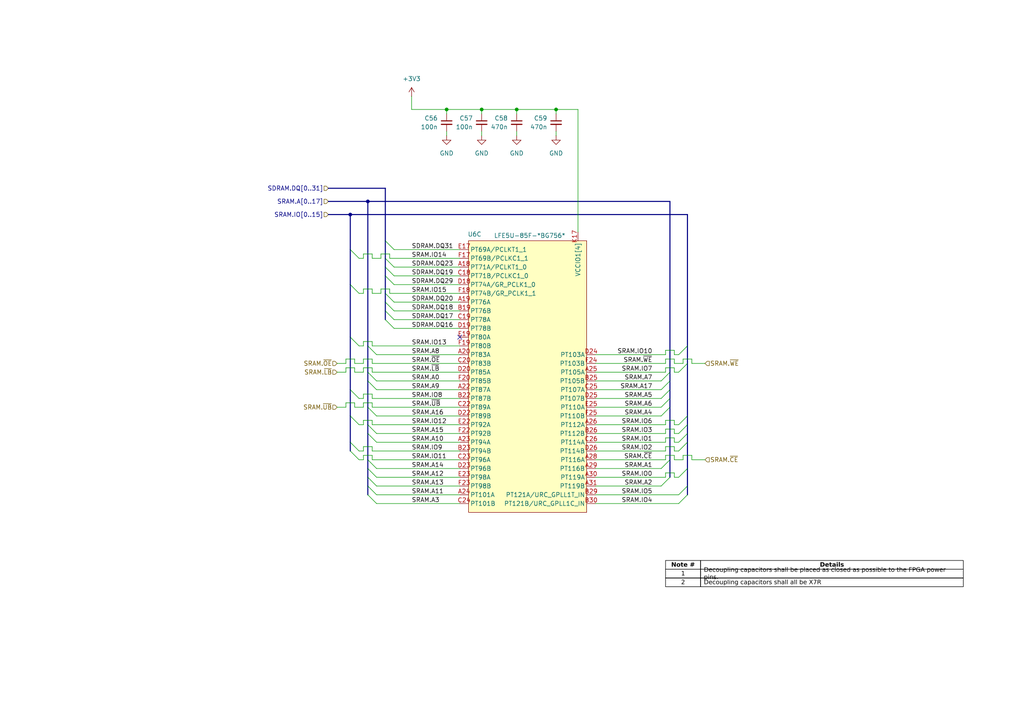
<source format=kicad_sch>
(kicad_sch (version 20250114) (generator "eeschema") (generator_version "9.0")
  (paper "A4")
  (title_block (title "${Project Designation}") (date "2024-06-30") (rev "${Revision}") (comment 1 "${Project Title}") (comment 2 "FPGA BANK 1") (comment 3 "${Part Number}"))
  (lib_symbols
    (symbol "Device:C_Small" (pin_numbers (hide yes)) (pin_names (offset 0.254) (hide yes))
      (property "Reference" "C" (at 0.254 1.778 0))
      (property "Value" "C_Small" (at 0.254 -2.032 0))
      (symbol "C_Small_1_1"
        (pin passive line (at 0 2.54 270) (length 2.032) (name "~") (number "1"))
        (pin passive line (at 0 -2.54 90) (length 2.032) (name "~") (number "2"))
      )
    )
    (symbol "ECAP5-BSOM:LFE5U-85F-*BG756*"
      (property "Reference" "U" (at -1.016 3.81 0))
      (property "Value" "LFE5U-85F-*BG756*" (at 1.27 0 0))
      (symbol "LFE5U-85F-*BG756*_1_0"
        (pin power_in line (at -5.08 0 0) (length 2.54) (name "VCC[36]") (number "AA12"))
        (pin passive line (at -5.08 0 0) (length 2.54) (hide yes) (name "VCC") (number "AA13"))
        (pin passive line (at -5.08 0 0) (length 2.54) (hide yes) (name "VCC") (number "AA14"))
        (pin passive line (at -5.08 0 0) (length 2.54) (hide yes) (name "VCC") (number "AA15"))
        (pin passive line (at -5.08 0 0) (length 2.54) (hide yes) (name "VCC") (number "AA16"))
        (pin passive line (at -5.08 0 0) (length 2.54) (hide yes) (name "VCC") (number "AA17"))
        (pin passive line (at -5.08 0 0) (length 2.54) (hide yes) (name "VCC") (number "AA18"))
        (pin passive line (at -5.08 0 0) (length 2.54) (hide yes) (name "VCC") (number "AA19"))
        (pin passive line (at -5.08 0 0) (length 2.54) (hide yes) (name "VCC") (number "AA20"))
        (pin passive line (at -5.08 0 0) (length 2.54) (hide yes) (name "VCC") (number "AA21"))
        (pin passive line (at -5.08 0 0) (length 2.54) (hide yes) (name "VCC") (number "M12"))
        (pin passive line (at -5.08 0 0) (length 2.54) (hide yes) (name "VCC") (number "M13"))
        (pin passive line (at -5.08 0 0) (length 2.54) (hide yes) (name "VCC") (number "M14"))
        (pin passive line (at -5.08 0 0) (length 2.54) (hide yes) (name "VCC") (number "M15"))
        (pin passive line (at -5.08 0 0) (length 2.54) (hide yes) (name "VCC") (number "M16"))
        (pin passive line (at -5.08 0 0) (length 2.54) (hide yes) (name "VCC") (number "M17"))
        (pin passive line (at -5.08 0 0) (length 2.54) (hide yes) (name "VCC") (number "M18"))
        (pin passive line (at -5.08 0 0) (length 2.54) (hide yes) (name "VCC") (number "M19"))
        (pin passive line (at -5.08 0 0) (length 2.54) (hide yes) (name "VCC") (number "M20"))
        (pin passive line (at -5.08 0 0) (length 2.54) (hide yes) (name "VCC") (number "M21"))
        (pin passive line (at -5.08 0 0) (length 2.54) (hide yes) (name "VCC") (number "N12"))
        (pin passive line (at -5.08 0 0) (length 2.54) (hide yes) (name "VCC") (number "N21"))
        (pin passive line (at -5.08 0 0) (length 2.54) (hide yes) (name "VCC") (number "P12"))
        (pin passive line (at -5.08 0 0) (length 2.54) (hide yes) (name "VCC") (number "P21"))
        (pin passive line (at -5.08 0 0) (length 2.54) (hide yes) (name "VCC") (number "R12"))
        (pin passive line (at -5.08 0 0) (length 2.54) (hide yes) (name "VCC") (number "R21"))
        (pin passive line (at -5.08 0 0) (length 2.54) (hide yes) (name "VCC") (number "T12"))
        (pin passive line (at -5.08 0 0) (length 2.54) (hide yes) (name "VCC") (number "T21"))
        (pin passive line (at -5.08 0 0) (length 2.54) (hide yes) (name "VCC") (number "U12"))
        (pin passive line (at -5.08 0 0) (length 2.54) (hide yes) (name "VCC") (number "U21"))
        (pin passive line (at -5.08 0 0) (length 2.54) (hide yes) (name "VCC") (number "V12"))
        (pin passive line (at -5.08 0 0) (length 2.54) (hide yes) (name "VCC") (number "V21"))
        (pin passive line (at -5.08 0 0) (length 2.54) (hide yes) (name "VCC") (number "W12"))
        (pin passive line (at -5.08 0 0) (length 2.54) (hide yes) (name "VCC") (number "W21"))
        (pin passive line (at -5.08 0 0) (length 2.54) (hide yes) (name "VCC") (number "Y12"))
        (pin passive line (at -5.08 0 0) (length 2.54) (hide yes) (name "VCC") (number "Y21"))
        (pin power_in line (at 8.89 -15.24 90) (length 2.54) (name "GND[266]") (number "AA11"))
        (pin passive line (at 8.89 -15.24 90) (length 2.54) (hide yes) (name "GND") (number "AA22"))
        (pin passive line (at 8.89 -15.24 90) (length 2.54) (hide yes) (name "GND") (number "AB11"))
        (pin passive line (at 8.89 -15.24 90) (length 2.54) (hide yes) (name "GND") (number "AB12"))
        (pin passive line (at 8.89 -15.24 90) (length 2.54) (hide yes) (name "GND") (number "AB13"))
        (pin passive line (at 8.89 -15.24 90) (length 2.54) (hide yes) (name "GND") (number "AB14"))
        (pin passive line (at 8.89 -15.24 90) (length 2.54) (hide yes) (name "GND") (number "AB15"))
        (pin passive line (at 8.89 -15.24 90) (length 2.54) (hide yes) (name "GND") (number "AB16"))
        (pin passive line (at 8.89 -15.24 90) (length 2.54) (hide yes) (name "GND") (number "AB17"))
        (pin passive line (at 8.89 -15.24 90) (length 2.54) (hide yes) (name "GND") (number "AB18"))
        (pin passive line (at 8.89 -15.24 90) (length 2.54) (hide yes) (name "GND") (number "AB19"))
        (pin passive line (at 8.89 -15.24 90) (length 2.54) (hide yes) (name "GND") (number "AB20"))
        (pin passive line (at 8.89 -15.24 90) (length 2.54) (hide yes) (name "GND") (number "AB21"))
        (pin passive line (at 8.89 -15.24 90) (length 2.54) (hide yes) (name "GND") (number "AB22"))
        (pin passive line (at 8.89 -15.24 90) (length 2.54) (hide yes) (name "GND") (number "AC12"))
        (pin passive line (at 8.89 -15.24 90) (length 2.54) (hide yes) (name "GND") (number "AC13"))
        (pin passive line (at 8.89 -15.24 90) (length 2.54) (hide yes) (name "GND") (number "AC14"))
        (pin passive line (at 8.89 -15.24 90) (length 2.54) (hide yes) (name "GND") (number "AC15"))
        (pin passive line (at 8.89 -15.24 90) (length 2.54) (hide yes) (name "GND") (number "AC16"))
        (pin passive line (at 8.89 -15.24 90) (length 2.54) (hide yes) (name "GND") (number "AC17"))
        (pin passive line (at 8.89 -15.24 90) (length 2.54) (hide yes) (name "GND") (number "AC18"))
        (pin passive line (at 8.89 -15.24 90) (length 2.54) (hide yes) (name "GND") (number "AC19"))
        (pin passive line (at 8.89 -15.24 90) (length 2.54) (hide yes) (name "GND") (number "AC20"))
        (pin passive line (at 8.89 -15.24 90) (length 2.54) (hide yes) (name "GND") (number "AC21"))
        (pin passive line (at 8.89 -15.24 90) (length 2.54) (hide yes) (name "GND") (number "AD2"))
        (pin passive line (at 8.89 -15.24 90) (length 2.54) (hide yes) (name "GND") (number "AD28"))
        (pin passive line (at 8.89 -15.24 90) (length 2.54) (hide yes) (name "GND") (number "AD31"))
        (pin passive line (at 8.89 -15.24 90) (length 2.54) (hide yes) (name "GND") (number "AD5"))
        (pin passive line (at 8.89 -15.24 90) (length 2.54) (hide yes) (name "GND") (number "AF11"))
        (pin passive line (at 8.89 -15.24 90) (length 2.54) (hide yes) (name "GND") (number "AF12"))
        (pin passive line (at 8.89 -15.24 90) (length 2.54) (hide yes) (name "GND") (number "AF14"))
        (pin passive line (at 8.89 -15.24 90) (length 2.54) (hide yes) (name "GND") (number "AF15"))
        (pin passive line (at 8.89 -15.24 90) (length 2.54) (hide yes) (name "GND") (number "AF16"))
        (pin passive line (at 8.89 -15.24 90) (length 2.54) (hide yes) (name "GND") (number "AF17"))
        (pin passive line (at 8.89 -15.24 90) (length 2.54) (hide yes) (name "GND") (number "AF19"))
        (pin passive line (at 8.89 -15.24 90) (length 2.54) (hide yes) (name "GND") (number "AF20"))
        (pin passive line (at 8.89 -15.24 90) (length 2.54) (hide yes) (name "GND") (number "AF22"))
        (pin passive line (at 8.89 -15.24 90) (length 2.54) (hide yes) (name "GND") (number "AF23"))
        (pin passive line (at 8.89 -15.24 90) (length 2.54) (hide yes) (name "GND") (number "AG11"))
        (pin passive line (at 8.89 -15.24 90) (length 2.54) (hide yes) (name "GND") (number "AG12"))
        (pin passive line (at 8.89 -15.24 90) (length 2.54) (hide yes) (name "GND") (number "AG14"))
        (pin passive line (at 8.89 -15.24 90) (length 2.54) (hide yes) (name "GND") (number "AG15"))
        (pin passive line (at 8.89 -15.24 90) (length 2.54) (hide yes) (name "GND") (number "AG16"))
        (pin passive line (at 8.89 -15.24 90) (length 2.54) (hide yes) (name "GND") (number "AG17"))
        (pin passive line (at 8.89 -15.24 90) (length 2.54) (hide yes) (name "GND") (number "AG19"))
        (pin passive line (at 8.89 -15.24 90) (length 2.54) (hide yes) (name "GND") (number "AG20"))
        (pin passive line (at 8.89 -15.24 90) (length 2.54) (hide yes) (name "GND") (number "AG22"))
        (pin passive line (at 8.89 -15.24 90) (length 2.54) (hide yes) (name "GND") (number "AG23"))
        (pin passive line (at 8.89 -15.24 90) (length 2.54) (hide yes) (name "GND") (number "AG9"))
        (pin passive line (at 8.89 -15.24 90) (length 2.54) (hide yes) (name "GND") (number "AH11"))
        (pin passive line (at 8.89 -15.24 90) (length 2.54) (hide yes) (name "GND") (number "AH12"))
        (pin passive line (at 8.89 -15.24 90) (length 2.54) (hide yes) (name "GND") (number "AH14"))
        (pin passive line (at 8.89 -15.24 90) (length 2.54) (hide yes) (name "GND") (number "AH15"))
        (pin passive line (at 8.89 -15.24 90) (length 2.54) (hide yes) (name "GND") (number "AH16"))
        (pin passive line (at 8.89 -15.24 90) (length 2.54) (hide yes) (name "GND") (number "AH17"))
        (pin passive line (at 8.89 -15.24 90) (length 2.54) (hide yes) (name "GND") (number "AH19"))
        (pin passive line (at 8.89 -15.24 90) (length 2.54) (hide yes) (name "GND") (number "AH2"))
        (pin passive line (at 8.89 -15.24 90) (length 2.54) (hide yes) (name "GND") (number "AH20"))
        (pin passive line (at 8.89 -15.24 90) (length 2.54) (hide yes) (name "GND") (number "AH22"))
        (pin passive line (at 8.89 -15.24 90) (length 2.54) (hide yes) (name "GND") (number "AH23"))
        (pin passive line (at 8.89 -15.24 90) (length 2.54) (hide yes) (name "GND") (number "AH24"))
        (pin passive line (at 8.89 -15.24 90) (length 2.54) (hide yes) (name "GND") (number "AH25"))
        (pin passive line (at 8.89 -15.24 90) (length 2.54) (hide yes) (name "GND") (number "AH26"))
        (pin passive line (at 8.89 -15.24 90) (length 2.54) (hide yes) (name "GND") (number "AH29"))
        (pin passive line (at 8.89 -15.24 90) (length 2.54) (hide yes) (name "GND") (number "AH31"))
        (pin passive line (at 8.89 -15.24 90) (length 2.54) (hide yes) (name "GND") (number "AH5"))
        (pin passive line (at 8.89 -15.24 90) (length 2.54) (hide yes) (name "GND") (number "AH7"))
        (pin passive line (at 8.89 -15.24 90) (length 2.54) (hide yes) (name "GND") (number "AH8"))
        (pin passive line (at 8.89 -15.24 90) (length 2.54) (hide yes) (name "GND") (number "AH9"))
        (pin passive line (at 8.89 -15.24 90) (length 2.54) (hide yes) (name "GND") (number "AJ10"))
        (pin passive line (at 8.89 -15.24 90) (length 2.54) (hide yes) (name "GND") (number "AJ11"))
        (pin passive line (at 8.89 -15.24 90) (length 2.54) (hide yes) (name "GND") (number "AJ12"))
        (pin passive line (at 8.89 -15.24 90) (length 2.54) (hide yes) (name "GND") (number "AJ13"))
        (pin passive line (at 8.89 -15.24 90) (length 2.54) (hide yes) (name "GND") (number "AJ14"))
        (pin passive line (at 8.89 -15.24 90) (length 2.54) (hide yes) (name "GND") (number "AJ15"))
        (pin passive line (at 8.89 -15.24 90) (length 2.54) (hide yes) (name "GND") (number "AJ16"))
        (pin passive line (at 8.89 -15.24 90) (length 2.54) (hide yes) (name "GND") (number "AJ17"))
        (pin passive line (at 8.89 -15.24 90) (length 2.54) (hide yes) (name "GND") (number "AJ18"))
        (pin passive line (at 8.89 -15.24 90) (length 2.54) (hide yes) (name "GND") (number "AJ19"))
        (pin passive line (at 8.89 -15.24 90) (length 2.54) (hide yes) (name "GND") (number "AJ20"))
        (pin passive line (at 8.89 -15.24 90) (length 2.54) (hide yes) (name "GND") (number "AJ21"))
        (pin passive line (at 8.89 -15.24 90) (length 2.54) (hide yes) (name "GND") (number "AJ22"))
        (pin passive line (at 8.89 -15.24 90) (length 2.54) (hide yes) (name "GND") (number "AJ23"))
        (pin passive line (at 8.89 -15.24 90) (length 2.54) (hide yes) (name "GND") (number "AJ24"))
        (pin passive line (at 8.89 -15.24 90) (length 2.54) (hide yes) (name "GND") (number "AJ25"))
        (pin passive line (at 8.89 -15.24 90) (length 2.54) (hide yes) (name "GND") (number "AJ26"))
        (pin passive line (at 8.89 -15.24 90) (length 2.54) (hide yes) (name "GND") (number "AJ7"))
        (pin passive line (at 8.89 -15.24 90) (length 2.54) (hide yes) (name "GND") (number "AJ8"))
        (pin passive line (at 8.89 -15.24 90) (length 2.54) (hide yes) (name "GND") (number "AJ9"))
        (pin passive line (at 8.89 -15.24 90) (length 2.54) (hide yes) (name "GND") (number "AK11"))
        (pin passive line (at 8.89 -15.24 90) (length 2.54) (hide yes) (name "GND") (number "AK14"))
        (pin passive line (at 8.89 -15.24 90) (length 2.54) (hide yes) (name "GND") (number "AK17"))
        (pin passive line (at 8.89 -15.24 90) (length 2.54) (hide yes) (name "GND") (number "AK20"))
        (pin passive line (at 8.89 -15.24 90) (length 2.54) (hide yes) (name "GND") (number "AK23"))
        (pin passive line (at 8.89 -15.24 90) (length 2.54) (hide yes) (name "GND") (number "AK26"))
        (pin passive line (at 8.89 -15.24 90) (length 2.54) (hide yes) (name "GND") (number "AK7"))
        (pin passive line (at 8.89 -15.24 90) (length 2.54) (hide yes) (name "GND") (number "AK8"))
        (pin passive line (at 8.89 -15.24 90) (length 2.54) (hide yes) (name "GND") (number "AL11"))
        (pin passive line (at 8.89 -15.24 90) (length 2.54) (hide yes) (name "GND") (number "AL12"))
        (pin passive line (at 8.89 -15.24 90) (length 2.54) (hide yes) (name "GND") (number "AL14"))
        (pin passive line (at 8.89 -15.24 90) (length 2.54) (hide yes) (name "GND") (number "AL15"))
        (pin passive line (at 8.89 -15.24 90) (length 2.54) (hide yes) (name "GND") (number "AL17"))
        (pin passive line (at 8.89 -15.24 90) (length 2.54) (hide yes) (name "GND") (number "AL18"))
        (pin passive line (at 8.89 -15.24 90) (length 2.54) (hide yes) (name "GND") (number "AL2"))
        (pin passive line (at 8.89 -15.24 90) (length 2.54) (hide yes) (name "GND") (number "AL20"))
        (pin passive line (at 8.89 -15.24 90) (length 2.54) (hide yes) (name "GND") (number "AL21"))
        (pin passive line (at 8.89 -15.24 90) (length 2.54) (hide yes) (name "GND") (number "AL23"))
        (pin passive line (at 8.89 -15.24 90) (length 2.54) (hide yes) (name "GND") (number "AL24"))
        (pin passive line (at 8.89 -15.24 90) (length 2.54) (hide yes) (name "GND") (number "AL26"))
        (pin passive line (at 8.89 -15.24 90) (length 2.54) (hide yes) (name "GND") (number "AL29"))
        (pin passive line (at 8.89 -15.24 90) (length 2.54) (hide yes) (name "GND") (number "AL31"))
        (pin passive line (at 8.89 -15.24 90) (length 2.54) (hide yes) (name "GND") (number "AL5"))
        (pin passive line (at 8.89 -15.24 90) (length 2.54) (hide yes) (name "GND") (number "AL7"))
        (pin passive line (at 8.89 -15.24 90) (length 2.54) (hide yes) (name "GND") (number "AL8"))
        (pin passive line (at 8.89 -15.24 90) (length 2.54) (hide yes) (name "GND") (number "AL9"))
        (pin passive line (at 8.89 -15.24 90) (length 2.54) (hide yes) (name "GND") (number "AM11"))
        (pin passive line (at 8.89 -15.24 90) (length 2.54) (hide yes) (name "GND") (number "AM12"))
        (pin passive line (at 8.89 -15.24 90) (length 2.54) (hide yes) (name "GND") (number "AM14"))
        (pin passive line (at 8.89 -15.24 90) (length 2.54) (hide yes) (name "GND") (number "AM15"))
        (pin passive line (at 8.89 -15.24 90) (length 2.54) (hide yes) (name "GND") (number "AM17"))
        (pin passive line (at 8.89 -15.24 90) (length 2.54) (hide yes) (name "GND") (number "AM18"))
        (pin passive line (at 8.89 -15.24 90) (length 2.54) (hide yes) (name "GND") (number "AM20"))
        (pin passive line (at 8.89 -15.24 90) (length 2.54) (hide yes) (name "GND") (number "AM21"))
        (pin passive line (at 8.89 -15.24 90) (length 2.54) (hide yes) (name "GND") (number "AM23"))
        (pin passive line (at 8.89 -15.24 90) (length 2.54) (hide yes) (name "GND") (number "AM24"))
        (pin passive line (at 8.89 -15.24 90) (length 2.54) (hide yes) (name "GND") (number "AM26"))
        (pin passive line (at 8.89 -15.24 90) (length 2.54) (hide yes) (name "GND") (number "AM7"))
        (pin passive line (at 8.89 -15.24 90) (length 2.54) (hide yes) (name "GND") (number "AM8"))
        (pin passive line (at 8.89 -15.24 90) (length 2.54) (hide yes) (name "GND") (number "AM9"))
        (pin passive line (at 8.89 -15.24 90) (length 2.54) (hide yes) (name "GND") (number "B13"))
        (pin passive line (at 8.89 -15.24 90) (length 2.54) (hide yes) (name "GND") (number "B15"))
        (pin passive line (at 8.89 -15.24 90) (length 2.54) (hide yes) (name "GND") (number "B18"))
        (pin passive line (at 8.89 -15.24 90) (length 2.54) (hide yes) (name "GND") (number "B2"))
        (pin passive line (at 8.89 -15.24 90) (length 2.54) (hide yes) (name "GND") (number "B20"))
        (pin passive line (at 8.89 -15.24 90) (length 2.54) (hide yes) (name "GND") (number "B24"))
        (pin passive line (at 8.89 -15.24 90) (length 2.54) (hide yes) (name "GND") (number "B28"))
        (pin passive line (at 8.89 -15.24 90) (length 2.54) (hide yes) (name "GND") (number "B31"))
        (pin passive line (at 8.89 -15.24 90) (length 2.54) (hide yes) (name "GND") (number "B5"))
        (pin passive line (at 8.89 -15.24 90) (length 2.54) (hide yes) (name "GND") (number "B9"))
        (pin passive line (at 8.89 -15.24 90) (length 2.54) (hide yes) (name "GND") (number "E13"))
        (pin passive line (at 8.89 -15.24 90) (length 2.54) (hide yes) (name "GND") (number "E15"))
        (pin passive line (at 8.89 -15.24 90) (length 2.54) (hide yes) (name "GND") (number "E18"))
        (pin passive line (at 8.89 -15.24 90) (length 2.54) (hide yes) (name "GND") (number "E2"))
        (pin passive line (at 8.89 -15.24 90) (length 2.54) (hide yes) (name "GND") (number "E20"))
        (pin passive line (at 8.89 -15.24 90) (length 2.54) (hide yes) (name "GND") (number "E24"))
        (pin passive line (at 8.89 -15.24 90) (length 2.54) (hide yes) (name "GND") (number "E28"))
        (pin passive line (at 8.89 -15.24 90) (length 2.54) (hide yes) (name "GND") (number "E31"))
        (pin passive line (at 8.89 -15.24 90) (length 2.54) (hide yes) (name "GND") (number "E5"))
        (pin passive line (at 8.89 -15.24 90) (length 2.54) (hide yes) (name "GND") (number "E9"))
        (pin passive line (at 8.89 -15.24 90) (length 2.54) (hide yes) (name "GND") (number "J2"))
        (pin passive line (at 8.89 -15.24 90) (length 2.54) (hide yes) (name "GND") (number "J28"))
        (pin passive line (at 8.89 -15.24 90) (length 2.54) (hide yes) (name "GND") (number "J31"))
        (pin passive line (at 8.89 -15.24 90) (length 2.54) (hide yes) (name "GND") (number "J5"))
        (pin passive line (at 8.89 -15.24 90) (length 2.54) (hide yes) (name "GND") (number "K10"))
        (pin passive line (at 8.89 -15.24 90) (length 2.54) (hide yes) (name "GND") (number "K11"))
        (pin passive line (at 8.89 -15.24 90) (length 2.54) (hide yes) (name "GND") (number "K22"))
        (pin passive line (at 8.89 -15.24 90) (length 2.54) (hide yes) (name "GND") (number "K23"))
        (pin passive line (at 8.89 -15.24 90) (length 2.54) (hide yes) (name "GND") (number "L10"))
        (pin passive line (at 8.89 -15.24 90) (length 2.54) (hide yes) (name "GND") (number "L11"))
        (pin passive line (at 8.89 -15.24 90) (length 2.54) (hide yes) (name "GND") (number "L12"))
        (pin passive line (at 8.89 -15.24 90) (length 2.54) (hide yes) (name "GND") (number "L13"))
        (pin passive line (at 8.89 -15.24 90) (length 2.54) (hide yes) (name "GND") (number "L14"))
        (pin passive line (at 8.89 -15.24 90) (length 2.54) (hide yes) (name "GND") (number "L15"))
        (pin passive line (at 8.89 -15.24 90) (length 2.54) (hide yes) (name "GND") (number "L16"))
        (pin passive line (at 8.89 -15.24 90) (length 2.54) (hide yes) (name "GND") (number "L17"))
        (pin passive line (at 8.89 -15.24 90) (length 2.54) (hide yes) (name "GND") (number "L18"))
        (pin passive line (at 8.89 -15.24 90) (length 2.54) (hide yes) (name "GND") (number "L19"))
        (pin passive line (at 8.89 -15.24 90) (length 2.54) (hide yes) (name "GND") (number "L20"))
        (pin passive line (at 8.89 -15.24 90) (length 2.54) (hide yes) (name "GND") (number "L21"))
        (pin passive line (at 8.89 -15.24 90) (length 2.54) (hide yes) (name "GND") (number "L22"))
        (pin passive line (at 8.89 -15.24 90) (length 2.54) (hide yes) (name "GND") (number "L23"))
        (pin passive line (at 8.89 -15.24 90) (length 2.54) (hide yes) (name "GND") (number "M11"))
        (pin passive line (at 8.89 -15.24 90) (length 2.54) (hide yes) (name "GND") (number "M22"))
        (pin passive line (at 8.89 -15.24 90) (length 2.54) (hide yes) (name "GND") (number "N11"))
        (pin passive line (at 8.89 -15.24 90) (length 2.54) (hide yes) (name "GND") (number "N13"))
        (pin passive line (at 8.89 -15.24 90) (length 2.54) (hide yes) (name "GND") (number "N14"))
        (pin passive line (at 8.89 -15.24 90) (length 2.54) (hide yes) (name "GND") (number "N15"))
        (pin passive line (at 8.89 -15.24 90) (length 2.54) (hide yes) (name "GND") (number "N16"))
        (pin passive line (at 8.89 -15.24 90) (length 2.54) (hide yes) (name "GND") (number "N17"))
        (pin passive line (at 8.89 -15.24 90) (length 2.54) (hide yes) (name "GND") (number "N18"))
        (pin passive line (at 8.89 -15.24 90) (length 2.54) (hide yes) (name "GND") (number "N19"))
        (pin passive line (at 8.89 -15.24 90) (length 2.54) (hide yes) (name "GND") (number "N2"))
        (pin passive line (at 8.89 -15.24 90) (length 2.54) (hide yes) (name "GND") (number "N20"))
        (pin passive line (at 8.89 -15.24 90) (length 2.54) (hide yes) (name "GND") (number "N22"))
        (pin passive line (at 8.89 -15.24 90) (length 2.54) (hide yes) (name "GND") (number "N28"))
        (pin passive line (at 8.89 -15.24 90) (length 2.54) (hide yes) (name "GND") (number "N31"))
        (pin passive line (at 8.89 -15.24 90) (length 2.54) (hide yes) (name "GND") (number "N5"))
        (pin passive line (at 8.89 -15.24 90) (length 2.54) (hide yes) (name "GND") (number "P11"))
        (pin passive line (at 8.89 -15.24 90) (length 2.54) (hide yes) (name "GND") (number "P13"))
        (pin passive line (at 8.89 -15.24 90) (length 2.54) (hide yes) (name "GND") (number "P14"))
        (pin passive line (at 8.89 -15.24 90) (length 2.54) (hide yes) (name "GND") (number "P15"))
        (pin passive line (at 8.89 -15.24 90) (length 2.54) (hide yes) (name "GND") (number "P16"))
        (pin passive line (at 8.89 -15.24 90) (length 2.54) (hide yes) (name "GND") (number "P17"))
        (pin passive line (at 8.89 -15.24 90) (length 2.54) (hide yes) (name "GND") (number "P18"))
        (pin passive line (at 8.89 -15.24 90) (length 2.54) (hide yes) (name "GND") (number "P19"))
        (pin passive line (at 8.89 -15.24 90) (length 2.54) (hide yes) (name "GND") (number "P20"))
        (pin passive line (at 8.89 -15.24 90) (length 2.54) (hide yes) (name "GND") (number "P22"))
        (pin passive line (at 8.89 -15.24 90) (length 2.54) (hide yes) (name "GND") (number "R11"))
        (pin passive line (at 8.89 -15.24 90) (length 2.54) (hide yes) (name "GND") (number "R13"))
        (pin passive line (at 8.89 -15.24 90) (length 2.54) (hide yes) (name "GND") (number "R14"))
        (pin passive line (at 8.89 -15.24 90) (length 2.54) (hide yes) (name "GND") (number "R15"))
        (pin passive line (at 8.89 -15.24 90) (length 2.54) (hide yes) (name "GND") (number "R16"))
        (pin passive line (at 8.89 -15.24 90) (length 2.54) (hide yes) (name "GND") (number "R17"))
        (pin passive line (at 8.89 -15.24 90) (length 2.54) (hide yes) (name "GND") (number "R18"))
        (pin passive line (at 8.89 -15.24 90) (length 2.54) (hide yes) (name "GND") (number "R19"))
        (pin passive line (at 8.89 -15.24 90) (length 2.54) (hide yes) (name "GND") (number "R2"))
        (pin passive line (at 8.89 -15.24 90) (length 2.54) (hide yes) (name "GND") (number "R20"))
        (pin passive line (at 8.89 -15.24 90) (length 2.54) (hide yes) (name "GND") (number "R22"))
        (pin passive line (at 8.89 -15.24 90) (length 2.54) (hide yes) (name "GND") (number "R28"))
        (pin passive line (at 8.89 -15.24 90) (length 2.54) (hide yes) (name "GND") (number "R31"))
        (pin passive line (at 8.89 -15.24 90) (length 2.54) (hide yes) (name "GND") (number "R5"))
        (pin passive line (at 8.89 -15.24 90) (length 2.54) (hide yes) (name "GND") (number "T11"))
        (pin passive line (at 8.89 -15.24 90) (length 2.54) (hide yes) (name "GND") (number "T13"))
        (pin passive line (at 8.89 -15.24 90) (length 2.54) (hide yes) (name "GND") (number "T14"))
        (pin passive line (at 8.89 -15.24 90) (length 2.54) (hide yes) (name "GND") (number "T15"))
        (pin passive line (at 8.89 -15.24 90) (length 2.54) (hide yes) (name "GND") (number "T16"))
        (pin passive line (at 8.89 -15.24 90) (length 2.54) (hide yes) (name "GND") (number "T17"))
        (pin passive line (at 8.89 -15.24 90) (length 2.54) (hide yes) (name "GND") (number "T18"))
        (pin passive line (at 8.89 -15.24 90) (length 2.54) (hide yes) (name "GND") (number "T19"))
        (pin passive line (at 8.89 -15.24 90) (length 2.54) (hide yes) (name "GND") (number "T20"))
        (pin passive line (at 8.89 -15.24 90) (length 2.54) (hide yes) (name "GND") (number "T22"))
        (pin passive line (at 8.89 -15.24 90) (length 2.54) (hide yes) (name "GND") (number "U11"))
        (pin passive line (at 8.89 -15.24 90) (length 2.54) (hide yes) (name "GND") (number "U13"))
        (pin passive line (at 8.89 -15.24 90) (length 2.54) (hide yes) (name "GND") (number "U14"))
        (pin passive line (at 8.89 -15.24 90) (length 2.54) (hide yes) (name "GND") (number "U15"))
        (pin passive line (at 8.89 -15.24 90) (length 2.54) (hide yes) (name "GND") (number "U16"))
        (pin passive line (at 8.89 -15.24 90) (length 2.54) (hide yes) (name "GND") (number "U17"))
        (pin passive line (at 8.89 -15.24 90) (length 2.54) (hide yes) (name "GND") (number "U18"))
        (pin passive line (at 8.89 -15.24 90) (length 2.54) (hide yes) (name "GND") (number "U19"))
        (pin passive line (at 8.89 -15.24 90) (length 2.54) (hide yes) (name "GND") (number "U20"))
        (pin passive line (at 8.89 -15.24 90) (length 2.54) (hide yes) (name "GND") (number "U22"))
        (pin passive line (at 8.89 -15.24 90) (length 2.54) (hide yes) (name "GND") (number "V11"))
        (pin passive line (at 8.89 -15.24 90) (length 2.54) (hide yes) (name "GND") (number "V13"))
        (pin passive line (at 8.89 -15.24 90) (length 2.54) (hide yes) (name "GND") (number "V14"))
        (pin passive line (at 8.89 -15.24 90) (length 2.54) (hide yes) (name "GND") (number "V15"))
        (pin passive line (at 8.89 -15.24 90) (length 2.54) (hide yes) (name "GND") (number "V16"))
        (pin passive line (at 8.89 -15.24 90) (length 2.54) (hide yes) (name "GND") (number "V17"))
        (pin passive line (at 8.89 -15.24 90) (length 2.54) (hide yes) (name "GND") (number "V18"))
        (pin passive line (at 8.89 -15.24 90) (length 2.54) (hide yes) (name "GND") (number "V19"))
        (pin passive line (at 8.89 -15.24 90) (length 2.54) (hide yes) (name "GND") (number "V2"))
        (pin passive line (at 8.89 -15.24 90) (length 2.54) (hide yes) (name "GND") (number "V20"))
        (pin passive line (at 8.89 -15.24 90) (length 2.54) (hide yes) (name "GND") (number "V22"))
        (pin passive line (at 8.89 -15.24 90) (length 2.54) (hide yes) (name "GND") (number "V28"))
        (pin passive line (at 8.89 -15.24 90) (length 2.54) (hide yes) (name "GND") (number "V31"))
        (pin passive line (at 8.89 -15.24 90) (length 2.54) (hide yes) (name "GND") (number "V5"))
        (pin passive line (at 8.89 -15.24 90) (length 2.54) (hide yes) (name "GND") (number "W11"))
        (pin passive line (at 8.89 -15.24 90) (length 2.54) (hide yes) (name "GND") (number "W13"))
        (pin passive line (at 8.89 -15.24 90) (length 2.54) (hide yes) (name "GND") (number "W14"))
        (pin passive line (at 8.89 -15.24 90) (length 2.54) (hide yes) (name "GND") (number "W15"))
        (pin passive line (at 8.89 -15.24 90) (length 2.54) (hide yes) (name "GND") (number "W16"))
        (pin passive line (at 8.89 -15.24 90) (length 2.54) (hide yes) (name "GND") (number "W17"))
        (pin passive line (at 8.89 -15.24 90) (length 2.54) (hide yes) (name "GND") (number "W18"))
        (pin passive line (at 8.89 -15.24 90) (length 2.54) (hide yes) (name "GND") (number "W19"))
        (pin passive line (at 8.89 -15.24 90) (length 2.54) (hide yes) (name "GND") (number "W20"))
        (pin passive line (at 8.89 -15.24 90) (length 2.54) (hide yes) (name "GND") (number "W22"))
        (pin passive line (at 8.89 -15.24 90) (length 2.54) (hide yes) (name "GND") (number "Y11"))
        (pin passive line (at 8.89 -15.24 90) (length 2.54) (hide yes) (name "GND") (number "Y13"))
        (pin passive line (at 8.89 -15.24 90) (length 2.54) (hide yes) (name "GND") (number "Y14"))
        (pin passive line (at 8.89 -15.24 90) (length 2.54) (hide yes) (name "GND") (number "Y15"))
        (pin passive line (at 8.89 -15.24 90) (length 2.54) (hide yes) (name "GND") (number "Y16"))
        (pin passive line (at 8.89 -15.24 90) (length 2.54) (hide yes) (name "GND") (number "Y17"))
        (pin passive line (at 8.89 -15.24 90) (length 2.54) (hide yes) (name "GND") (number "Y18"))
        (pin passive line (at 8.89 -15.24 90) (length 2.54) (hide yes) (name "GND") (number "Y19"))
        (pin passive line (at 8.89 -15.24 90) (length 2.54) (hide yes) (name "GND") (number "Y2"))
        (pin passive line (at 8.89 -15.24 90) (length 2.54) (hide yes) (name "GND") (number "Y20"))
        (pin passive line (at 8.89 -15.24 90) (length 2.54) (hide yes) (name "GND") (number "Y22"))
        (pin passive line (at 8.89 -15.24 90) (length 2.54) (hide yes) (name "GND") (number "Y31"))
        (pin no_connect line (at 15.24 -15.24 90) (length 2.54) (hide yes) (name "RESERVED") (number "AK10"))
        (pin no_connect line (at 15.24 -15.24 90) (length 2.54) (hide yes) (name "RESERVED") (number "AK12"))
        (pin no_connect line (at 15.24 -15.24 90) (length 2.54) (hide yes) (name "RESERVED") (number "AK13"))
        (pin no_connect line (at 15.24 -15.24 90) (length 2.54) (hide yes) (name "RESERVED") (number "AK15"))
        (pin no_connect line (at 15.24 -15.24 90) (length 2.54) (hide yes) (name "RESERVED") (number "AK16"))
        (pin no_connect line (at 15.24 -15.24 90) (length 2.54) (hide yes) (name "RESERVED") (number "AK18"))
        (pin no_connect line (at 15.24 -15.24 90) (length 2.54) (hide yes) (name "RESERVED") (number "AK19"))
        (pin no_connect line (at 15.24 -15.24 90) (length 2.54) (hide yes) (name "RESERVED") (number "AK21"))
        (pin no_connect line (at 15.24 -15.24 90) (length 2.54) (hide yes) (name "RESERVED") (number "AK22"))
        (pin no_connect line (at 15.24 -15.24 90) (length 2.54) (hide yes) (name "RESERVED") (number "AK24"))
        (pin no_connect line (at 15.24 -15.24 90) (length 2.54) (hide yes) (name "RESERVED") (number "AK25"))
        (pin no_connect line (at 15.24 -15.24 90) (length 2.54) (hide yes) (name "RESERVED") (number "AK9"))
        (pin no_connect line (at 17.78 -15.24 90) (length 2.54) (hide yes) (name "NC") (number "AC29"))
        (pin no_connect line (at 17.78 -15.24 90) (length 2.54) (hide yes) (name "NC") (number "AC4"))
        (pin no_connect line (at 17.78 -15.24 90) (length 2.54) (hide yes) (name "NC") (number "AE26"))
        (pin no_connect line (at 17.78 -15.24 90) (length 2.54) (hide yes) (name "NC") (number "AE7"))
        (pin no_connect line (at 17.78 -15.24 90) (length 2.54) (hide yes) (name "NC") (number "AG2"))
        (pin no_connect line (at 17.78 -15.24 90) (length 2.54) (hide yes) (name "NC") (number "AG24"))
        (pin no_connect line (at 17.78 -15.24 90) (length 2.54) (hide yes) (name "NC") (number "AG31"))
        (pin no_connect line (at 17.78 -15.24 90) (length 2.54) (hide yes) (name "NC") (number "E26"))
        (pin no_connect line (at 17.78 -15.24 90) (length 2.54) (hide yes) (name "NC") (number "E7"))
        (pin no_connect line (at 17.78 -15.24 90) (length 2.54) (hide yes) (name "NC") (number "G10"))
        (pin no_connect line (at 17.78 -15.24 90) (length 2.54) (hide yes) (name "NC") (number "G11"))
        (pin no_connect line (at 17.78 -15.24 90) (length 2.54) (hide yes) (name "NC") (number "G14"))
        (pin no_connect line (at 17.78 -15.24 90) (length 2.54) (hide yes) (name "NC") (number "G15"))
        (pin no_connect line (at 17.78 -15.24 90) (length 2.54) (hide yes) (name "NC") (number "G16"))
        (pin no_connect line (at 17.78 -15.24 90) (length 2.54) (hide yes) (name "NC") (number "G17"))
        (pin no_connect line (at 17.78 -15.24 90) (length 2.54) (hide yes) (name "NC") (number "G18"))
        (pin no_connect line (at 17.78 -15.24 90) (length 2.54) (hide yes) (name "NC") (number "G19"))
        (pin no_connect line (at 17.78 -15.24 90) (length 2.54) (hide yes) (name "NC") (number "G22"))
        (pin no_connect line (at 17.78 -15.24 90) (length 2.54) (hide yes) (name "NC") (number "G23"))
        (pin no_connect line (at 17.78 -15.24 90) (length 2.54) (hide yes) (name "NC") (number "G24"))
        (pin no_connect line (at 17.78 -15.24 90) (length 2.54) (hide yes) (name "NC") (number "G9"))
        (pin no_connect line (at 17.78 -15.24 90) (length 2.54) (hide yes) (name "NC") (number "H29"))
        (pin no_connect line (at 17.78 -15.24 90) (length 2.54) (hide yes) (name "NC") (number "H4"))
        (pin no_connect line (at 17.78 -15.24 90) (length 2.54) (hide yes) (name "NC") (number "L28"))
        (pin no_connect line (at 17.78 -15.24 90) (length 2.54) (hide yes) (name "NC") (number "L5"))
        (pin no_connect line (at 17.78 -15.24 90) (length 2.54) (hide yes) (name "NC") (number "V3"))
        (pin no_connect line (at 17.78 -15.24 90) (length 2.54) (hide yes) (name "NC") (number "V30"))
        (pin no_connect line (at 17.78 -15.24 90) (length 2.54) (hide yes) (name "NC") (number "W27"))
        (pin no_connect line (at 17.78 -15.24 90) (length 2.54) (hide yes) (name "NC") (number "W6"))
        (pin power_in line (at 22.86 0 180) (length 2.54) (name "VCCAUX[8]") (number "AC11"))
        (pin passive line (at 22.86 0 180) (length 2.54) (hide yes) (name "VCCAUX") (number "AC22"))
        (pin passive line (at 22.86 0 180) (length 2.54) (hide yes) (name "VCCAUX") (number "K13"))
        (pin passive line (at 22.86 0 180) (length 2.54) (hide yes) (name "VCCAUX") (number "K20"))
        (pin passive line (at 22.86 0 180) (length 2.54) (hide yes) (name "VCCAUX") (number "N10"))
        (pin passive line (at 22.86 0 180) (length 2.54) (hide yes) (name "VCCAUX") (number "N23"))
        (pin passive line (at 22.86 0 180) (length 2.54) (hide yes) (name "VCCAUX") (number "Y10"))
        (pin passive line (at 22.86 0 180) (length 2.54) (hide yes) (name "VCCAUX") (number "Y23"))
      )
      (symbol "LFE5U-85F-*BG756*_2_0"
        (pin bidirectional line (at -3.81 0 0) (length 2.54) (name "PT4A/ULC_GPLL1T_IN") (number "B3"))
        (pin bidirectional line (at -3.81 -2.54 0) (length 2.54) (name "PT4B/ULC_GPLL1C_IN") (number "B4"))
        (pin bidirectional line (at -3.81 -5.08 0) (length 2.54) (name "PT6A") (number "A2"))
        (pin bidirectional line (at -3.81 -7.62 0) (length 2.54) (name "PT6B") (number "A3"))
        (pin bidirectional line (at -3.81 -10.16 0) (length 2.54) (name "PT9A") (number "A4"))
        (pin bidirectional line (at -3.81 -12.7 0) (length 2.54) (name "PT9B") (number "A5"))
        (pin bidirectional line (at -3.81 -15.24 0) (length 2.54) (name "PT11A") (number "D7"))
        (pin bidirectional line (at -3.81 -17.78 0) (length 2.54) (name "PT11B") (number "C7"))
        (pin bidirectional line (at -3.81 -20.32 0) (length 2.54) (name "PT13A") (number "B7"))
        (pin bidirectional line (at -3.81 -22.86 0) (length 2.54) (name "PT13B") (number "A7"))
        (pin bidirectional line (at -3.81 -25.4 0) (length 2.54) (name "PT15A") (number "F8"))
        (pin bidirectional line (at -3.81 -27.94 0) (length 2.54) (name "PT15B") (number "E8"))
        (pin bidirectional line (at -3.81 -30.48 0) (length 2.54) (name "PT18A") (number "D8"))
        (pin bidirectional line (at -3.81 -33.02 0) (length 2.54) (name "PT18B") (number "C8"))
        (pin bidirectional line (at -3.81 -35.56 0) (length 2.54) (name "PT20A") (number "B8"))
        (pin bidirectional line (at -3.81 -38.1 0) (length 2.54) (name "PT20B") (number "A8"))
        (pin bidirectional line (at -3.81 -40.64 0) (length 2.54) (name "PT22A") (number "F9"))
        (pin bidirectional line (at -3.81 -43.18 0) (length 2.54) (name "PT22B") (number "D9"))
        (pin bidirectional line (at -3.81 -45.72 0) (length 2.54) (name "PT24A") (number "C9"))
        (pin bidirectional line (at -3.81 -48.26 0) (length 2.54) (name "PT24B") (number "A9"))
        (pin bidirectional line (at -3.81 -50.8 0) (length 2.54) (name "PT27A") (number "F10"))
        (pin bidirectional line (at -3.81 -53.34 0) (length 2.54) (name "PT27B") (number "E10"))
        (pin bidirectional line (at -3.81 -55.88 0) (length 2.54) (name "PT29A") (number "D10"))
        (pin bidirectional line (at -3.81 -58.42 0) (length 2.54) (name "PT29B") (number "C10"))
        (pin bidirectional line (at -3.81 -60.96 0) (length 2.54) (name "PT31A") (number "B10"))
        (pin bidirectional line (at -3.81 -63.5 0) (length 2.54) (name "PT31B") (number "A10"))
        (pin bidirectional line (at -3.81 -66.04 0) (length 2.54) (name "PT33A") (number "F11"))
        (pin bidirectional line (at -3.81 -68.58 0) (length 2.54) (name "PT33B") (number "E11"))
        (pin bidirectional line (at -3.81 -71.12 0) (length 2.54) (name "PT36A") (number "D11"))
        (pin bidirectional line (at -3.81 -73.66 0) (length 2.54) (name "PT36B") (number "C11"))
        (pin power_in line (at 30.48 5.08 270) (length 2.54) (name "VCCIO0[4]") (number "K12"))
        (pin passive line (at 30.48 5.08 270) (length 2.54) (hide yes) (name "VCCIO0") (number "K14"))
        (pin passive line (at 30.48 5.08 270) (length 2.54) (hide yes) (name "VCCIO0") (number "K15"))
        (pin passive line (at 30.48 5.08 270) (length 2.54) (hide yes) (name "VCCIO0") (number "K16"))
        (pin bidirectional line (at 35.56 -10.16 180) (length 2.54) (name "PT38A") (number "B11"))
        (pin bidirectional line (at 35.56 -12.7 180) (length 2.54) (name "PT38B") (number "A11"))
        (pin bidirectional line (at 35.56 -15.24 180) (length 2.54) (name "PT40A") (number "F13"))
        (pin bidirectional line (at 35.56 -17.78 180) (length 2.54) (name "PT40B") (number "D13"))
        (pin bidirectional line (at 35.56 -20.32 180) (length 2.54) (name "PT42A") (number "C13"))
        (pin bidirectional line (at 35.56 -22.86 180) (length 2.54) (name "PT42B") (number "A13"))
        (pin bidirectional line (at 35.56 -25.4 180) (length 2.54) (name "PT45A") (number "F14"))
        (pin bidirectional line (at 35.56 -27.94 180) (length 2.54) (name "PT45B") (number "E14"))
        (pin bidirectional line (at 35.56 -30.48 180) (length 2.54) (name "PT47A") (number "D14"))
        (pin bidirectional line (at 35.56 -33.02 180) (length 2.54) (name "PT47B") (number "C14"))
        (pin bidirectional line (at 35.56 -35.56 180) (length 2.54) (name "PT49A") (number "B14"))
        (pin bidirectional line (at 35.56 -38.1 180) (length 2.54) (name "PT49B") (number "A14"))
        (pin bidirectional line (at 35.56 -40.64 180) (length 2.54) (name "PT51A") (number "F15"))
        (pin bidirectional line (at 35.56 -43.18 180) (length 2.54) (name "PT51B") (number "D15"))
        (pin bidirectional line (at 35.56 -45.72 180) (length 2.54) (name "PT54A") (number "C15"))
        (pin bidirectional line (at 35.56 -48.26 180) (length 2.54) (name "PT54B") (number "A15"))
        (pin bidirectional line (at 35.56 -50.8 180) (length 2.54) (name "PT56A") (number "F16"))
        (pin bidirectional line (at 35.56 -53.34 180) (length 2.54) (name "PT56B") (number "E16"))
        (pin bidirectional line (at 35.56 -55.88 180) (length 2.54) (name "PT58A") (number "D16"))
        (pin bidirectional line (at 35.56 -58.42 180) (length 2.54) (name "PT58B") (number "C16"))
        (pin bidirectional line (at 35.56 -60.96 180) (length 2.54) (name "PT60A/GR_PCLK0_1") (number "B16"))
        (pin bidirectional line (at 35.56 -63.5 180) (length 2.54) (name "PT60B/GR_PCLK0_0") (number "A16"))
        (pin bidirectional line (at 35.56 -66.04 180) (length 2.54) (name "PT63A/PCLKT0_1") (number "A17"))
        (pin bidirectional line (at 35.56 -68.58 180) (length 2.54) (name "PT63B/PCLKC0_1") (number "B17"))
        (pin bidirectional line (at 35.56 -71.12 180) (length 2.54) (name "PT65A/PCLKT0_0") (number "C17"))
        (pin bidirectional line (at 35.56 -73.66 180) (length 2.54) (name "PT65B/PCLKC0_0") (number "D17"))
      )
      (symbol "LFE5U-85F-*BG756*_3_0"
        (pin bidirectional line (at -3.81 0 0) (length 2.54) (name "PT69A/PCLKT1_1") (number "E17"))
        (pin bidirectional line (at -3.81 -2.54 0) (length 2.54) (name "PT69B/PCLKC1_1") (number "F17"))
        (pin bidirectional line (at -3.81 -5.08 0) (length 2.54) (name "PT71A/PCLKT1_0") (number "A18"))
        (pin bidirectional line (at -3.81 -7.62 0) (length 2.54) (name "PT71B/PCLKC1_0") (number "C18"))
        (pin bidirectional line (at -3.81 -10.16 0) (length 2.54) (name "PT74A/GR_PCLK1_0") (number "D18"))
        (pin bidirectional line (at -3.81 -12.7 0) (length 2.54) (name "PT74B/GR_PCLK1_1") (number "F18"))
        (pin bidirectional line (at -3.81 -15.24 0) (length 2.54) (name "PT76A") (number "A19"))
        (pin bidirectional line (at -3.81 -17.78 0) (length 2.54) (name "PT76B") (number "B19"))
        (pin bidirectional line (at -3.81 -20.32 0) (length 2.54) (name "PT78A") (number "C19"))
        (pin bidirectional line (at -3.81 -22.86 0) (length 2.54) (name "PT78B") (number "D19"))
        (pin bidirectional line (at -3.81 -25.4 0) (length 2.54) (name "PT80A") (number "E19"))
        (pin bidirectional line (at -3.81 -27.94 0) (length 2.54) (name "PT80B") (number "F19"))
        (pin bidirectional line (at -3.81 -30.48 0) (length 2.54) (name "PT83A") (number "A20"))
        (pin bidirectional line (at -3.81 -33.02 0) (length 2.54) (name "PT83B") (number "C20"))
        (pin bidirectional line (at -3.81 -35.56 0) (length 2.54) (name "PT85A") (number "D20"))
        (pin bidirectional line (at -3.81 -38.1 0) (length 2.54) (name "PT85B") (number "F20"))
        (pin bidirectional line (at -3.81 -40.64 0) (length 2.54) (name "PT87A") (number "A22"))
        (pin bidirectional line (at -3.81 -43.18 0) (length 2.54) (name "PT87B") (number "B22"))
        (pin bidirectional line (at -3.81 -45.72 0) (length 2.54) (name "PT89A") (number "C22"))
        (pin bidirectional line (at -3.81 -48.26 0) (length 2.54) (name "PT89B") (number "D22"))
        (pin bidirectional line (at -3.81 -50.8 0) (length 2.54) (name "PT92A") (number "E22"))
        (pin bidirectional line (at -3.81 -53.34 0) (length 2.54) (name "PT92B") (number "F22"))
        (pin bidirectional line (at -3.81 -55.88 0) (length 2.54) (name "PT94A") (number "A23"))
        (pin bidirectional line (at -3.81 -58.42 0) (length 2.54) (name "PT94B") (number "B23"))
        (pin bidirectional line (at -3.81 -60.96 0) (length 2.54) (name "PT96A") (number "C23"))
        (pin bidirectional line (at -3.81 -63.5 0) (length 2.54) (name "PT96B") (number "D23"))
        (pin bidirectional line (at -3.81 -66.04 0) (length 2.54) (name "PT98A") (number "E23"))
        (pin bidirectional line (at -3.81 -68.58 0) (length 2.54) (name "PT98B") (number "F23"))
        (pin bidirectional line (at -3.81 -71.12 0) (length 2.54) (name "PT101A") (number "A24"))
        (pin bidirectional line (at -3.81 -73.66 0) (length 2.54) (name "PT101B") (number "C24"))
        (pin power_in line (at 30.48 5.08 270) (length 2.54) (name "VCCIO1[4]") (number "K17"))
        (pin passive line (at 30.48 5.08 270) (length 2.54) (hide yes) (name "VCCIO1") (number "K18"))
        (pin passive line (at 30.48 5.08 270) (length 2.54) (hide yes) (name "VCCIO1") (number "K19"))
        (pin passive line (at 30.48 5.08 270) (length 2.54) (hide yes) (name "VCCIO1") (number "K21"))
        (pin bidirectional line (at 35.56 -30.48 180) (length 2.54) (name "PT103A") (number "D24"))
        (pin bidirectional line (at 35.56 -33.02 180) (length 2.54) (name "PT103B") (number "F24"))
        (pin bidirectional line (at 35.56 -35.56 180) (length 2.54) (name "PT105A") (number "A25"))
        (pin bidirectional line (at 35.56 -38.1 180) (length 2.54) (name "PT105B") (number "B25"))
        (pin bidirectional line (at 35.56 -40.64 180) (length 2.54) (name "PT107A") (number "C25"))
        (pin bidirectional line (at 35.56 -43.18 180) (length 2.54) (name "PT107B") (number "D25"))
        (pin bidirectional line (at 35.56 -45.72 180) (length 2.54) (name "PT110A") (number "E25"))
        (pin bidirectional line (at 35.56 -48.26 180) (length 2.54) (name "PT110B") (number "F25"))
        (pin bidirectional line (at 35.56 -50.8 180) (length 2.54) (name "PT112A") (number "A26"))
        (pin bidirectional line (at 35.56 -53.34 180) (length 2.54) (name "PT112B") (number "B26"))
        (pin bidirectional line (at 35.56 -55.88 180) (length 2.54) (name "PT114A") (number "C26"))
        (pin bidirectional line (at 35.56 -58.42 180) (length 2.54) (name "PT114B") (number "D26"))
        (pin bidirectional line (at 35.56 -60.96 180) (length 2.54) (name "PT116A") (number "A28"))
        (pin bidirectional line (at 35.56 -63.5 180) (length 2.54) (name "PT116B") (number "A29"))
        (pin bidirectional line (at 35.56 -66.04 180) (length 2.54) (name "PT119A") (number "A30"))
        (pin bidirectional line (at 35.56 -68.58 180) (length 2.54) (name "PT119B") (number "A31"))
        (pin bidirectional line (at 35.56 -71.12 180) (length 2.54) (name "PT121A/URC_GPLL1T_IN") (number "B29"))
        (pin bidirectional line (at 35.56 -73.66 180) (length 2.54) (name "PT121B/URC_GPLL1C_IN") (number "B30"))
      )
      (symbol "LFE5U-85F-*BG756*_4_0"
        (pin bidirectional line (at -3.81 0 0) (length 2.54) (name "PR11A/URC_GPLL0T_IN") (number "C28"))
        (pin bidirectional line (at -3.81 -2.54 0) (length 2.54) (name "PR11B/URC_GPLL0C_IN") (number "D28"))
        (pin bidirectional line (at -3.81 -5.08 0) (length 2.54) (name "PR11C") (number "C29"))
        (pin bidirectional line (at -3.81 -7.62 0) (length 2.54) (name "PR11D") (number "C30"))
        (pin bidirectional line (at -3.81 -10.16 0) (length 2.54) (name "PR14A") (number "D29"))
        (pin bidirectional line (at -3.81 -12.7 0) (length 2.54) (name "PR14B") (number "E29"))
        (pin bidirectional line (at -3.81 -15.24 0) (length 2.54) (name "PR14C") (number "F29"))
        (pin bidirectional line (at -3.81 -17.78 0) (length 2.54) (name "PR14D") (number "F28"))
        (pin bidirectional line (at -3.81 -20.32 0) (length 2.54) (name "PR17A") (number "B32"))
        (pin bidirectional line (at -3.81 -22.86 0) (length 2.54) (name "PR17B") (number "C31"))
        (pin bidirectional line (at -3.81 -25.4 0) (length 2.54) (name "PR17C") (number "D30"))
        (pin bidirectional line (at -3.81 -27.94 0) (length 2.54) (name "PR17D") (number "D31"))
        (pin bidirectional line (at -3.81 -30.48 0) (length 2.54) (name "PR20A") (number "F30"))
        (pin bidirectional line (at -3.81 -33.02 0) (length 2.54) (name "PR20B") (number "E30"))
        (pin bidirectional line (at -3.81 -35.56 0) (length 2.54) (name "PR20C") (number "C32"))
        (pin bidirectional line (at -3.81 -38.1 0) (length 2.54) (name "PR20D") (number "D32"))
        (pin bidirectional line (at -3.81 -40.64 0) (length 2.54) (name "PR23A") (number "F31"))
        (pin bidirectional line (at -3.81 -43.18 0) (length 2.54) (name "PR23B") (number "E32"))
        (pin bidirectional line (at -3.81 -45.72 0) (length 2.54) (name "PR23C") (number "F32"))
        (pin bidirectional line (at -3.81 -48.26 0) (length 2.54) (name "PR23D") (number "H32"))
        (pin bidirectional line (at -3.81 -50.8 0) (length 2.54) (name "PR26A") (number "H31"))
        (pin bidirectional line (at -3.81 -53.34 0) (length 2.54) (name "PR26B") (number "H30"))
        (pin bidirectional line (at -3.81 -55.88 0) (length 2.54) (name "PR26C") (number "J30"))
        (pin bidirectional line (at -3.81 -58.42 0) (length 2.54) (name "PR26D") (number "K30"))
        (pin bidirectional line (at -3.81 -60.96 0) (length 2.54) (name "PR29A") (number "K31"))
        (pin bidirectional line (at -3.81 -63.5 0) (length 2.54) (name "PR29B") (number "J32"))
        (pin bidirectional line (at -3.81 -66.04 0) (length 2.54) (name "PR29C") (number "K32"))
        (pin bidirectional line (at -3.81 -68.58 0) (length 2.54) (name "PR29D") (number "L32"))
        (pin bidirectional line (at -3.81 -71.12 0) (length 2.54) (name "PR32A") (number "L31"))
        (pin bidirectional line (at -3.81 -73.66 0) (length 2.54) (name "PR32B") (number "L30"))
        (pin power_in line (at 30.48 5.08 270) (length 2.54) (name "VCCIO2[4]") (number "M23"))
        (pin passive line (at 30.48 5.08 270) (length 2.54) (hide yes) (name "VCCIO2") (number "P23"))
        (pin passive line (at 30.48 5.08 270) (length 2.54) (hide yes) (name "VCCIO2") (number "R23"))
        (pin passive line (at 30.48 5.08 270) (length 2.54) (hide yes) (name "VCCIO2") (number "T23"))
        (pin bidirectional line (at 35.56 -30.48 180) (length 2.54) (name "PR32C") (number "J29"))
        (pin bidirectional line (at 35.56 -33.02 180) (length 2.54) (name "PR32D") (number "K29"))
        (pin bidirectional line (at 35.56 -35.56 180) (length 2.54) (name "PR35A") (number "H27"))
        (pin bidirectional line (at 35.56 -38.1 180) (length 2.54) (name "PR35B") (number "H28"))
        (pin bidirectional line (at 35.56 -40.64 180) (length 2.54) (name "PR35C/VREF1_2") (number "J26"))
        (pin bidirectional line (at 35.56 -43.18 180) (length 2.54) (name "PR35D") (number "J27"))
        (pin bidirectional line (at 35.56 -45.72 180) (length 2.54) (name "PR38A") (number "K27"))
        (pin bidirectional line (at 35.56 -48.26 180) (length 2.54) (name "PR38B") (number "K26"))
        (pin bidirectional line (at 35.56 -50.8 180) (length 2.54) (name "PR38C") (number "K28"))
        (pin bidirectional line (at 35.56 -53.34 180) (length 2.54) (name "PR38D") (number "L29"))
        (pin bidirectional line (at 35.56 -55.88 180) (length 2.54) (name "PR41A/GR_PCLK2_1") (number "N30"))
        (pin bidirectional line (at 35.56 -58.42 180) (length 2.54) (name "PR41B") (number "N29"))
        (pin bidirectional line (at 35.56 -60.96 180) (length 2.54) (name "PR41C/GR_PCLK2_0") (number "L26"))
        (pin bidirectional line (at 35.56 -63.5 180) (length 2.54) (name "PR41D") (number "L27"))
        (pin bidirectional line (at 35.56 -66.04 180) (length 2.54) (name "PR44A/PCLKT2_1") (number "N27"))
        (pin bidirectional line (at 35.56 -68.58 180) (length 2.54) (name "PR44B/PCLKC2_1") (number "N26"))
        (pin bidirectional line (at 35.56 -71.12 180) (length 2.54) (name "PR44C/PCLKT2_0") (number "P27"))
        (pin bidirectional line (at 35.56 -73.66 180) (length 2.54) (name "PR44D/PCLKC2_0") (number "P26"))
      )
      (symbol "LFE5U-85F-*BG756*_5_0"
        (pin bidirectional line (at -3.81 0 0) (length 2.54) (name "PR47A/PCLKT3_1") (number "P28"))
        (pin bidirectional line (at -3.81 -2.54 0) (length 2.54) (name "PR47B/PCLKC3_1") (number "P29"))
        (pin bidirectional line (at -3.81 -5.08 0) (length 2.54) (name "PR47C/PCLKT3_0") (number "R26"))
        (pin bidirectional line (at -3.81 -7.62 0) (length 2.54) (name "PR47D/PCLKC3_0") (number "T26"))
        (pin bidirectional line (at -3.81 -10.16 0) (length 2.54) (name "PR50A/GR_PCLK3_0") (number "R27"))
        (pin bidirectional line (at -3.81 -12.7 0) (length 2.54) (name "PR50B") (number "T27"))
        (pin bidirectional line (at -3.81 -15.24 0) (length 2.54) (name "PR50C/GR_PCLK3_1") (number "U27"))
        (pin bidirectional line (at -3.81 -17.78 0) (length 2.54) (name "PR50D") (number "U26"))
        (pin bidirectional line (at -3.81 -20.32 0) (length 2.54) (name "PR53A") (number "R29"))
        (pin bidirectional line (at -3.81 -22.86 0) (length 2.54) (name "PR53B") (number "T28"))
        (pin bidirectional line (at -3.81 -25.4 0) (length 2.54) (name "PR53C") (number "T29"))
        (pin bidirectional line (at -3.81 -27.94 0) (length 2.54) (name "PR53D") (number "U28"))
        (pin bidirectional line (at -3.81 -30.48 0) (length 2.54) (name "PR56A") (number "U29"))
        (pin bidirectional line (at -3.81 -33.02 0) (length 2.54) (name "PR56B/VREF1_3") (number "V29"))
        (pin bidirectional line (at -3.81 -35.56 0) (length 2.54) (name "PR56C") (number "V27"))
        (pin bidirectional line (at -3.81 -38.1 0) (length 2.54) (name "PR56D") (number "V26"))
        (pin bidirectional line (at -3.81 -40.64 0) (length 2.54) (name "PR59A") (number "P31"))
        (pin bidirectional line (at -3.81 -43.18 0) (length 2.54) (name "PR59B") (number "P30"))
        (pin bidirectional line (at -3.81 -45.72 0) (length 2.54) (name "PR59C") (number "R30"))
        (pin bidirectional line (at -3.81 -48.26 0) (length 2.54) (name "PR59D") (number "T30"))
        (pin bidirectional line (at -3.81 -50.8 0) (length 2.54) (name "PR62A") (number "N32"))
        (pin bidirectional line (at -3.81 -53.34 0) (length 2.54) (name "PR62B") (number "P32"))
        (pin bidirectional line (at -3.81 -55.88 0) (length 2.54) (name "PR62C") (number "U31"))
        (pin bidirectional line (at -3.81 -58.42 0) (length 2.54) (name "PR62D") (number "U30"))
        (pin bidirectional line (at -3.81 -60.96 0) (length 2.54) (name "PR65A") (number "R32"))
        (pin bidirectional line (at -3.81 -63.5 0) (length 2.54) (name "PR65B") (number "T31"))
        (pin bidirectional line (at -3.81 -66.04 0) (length 2.54) (name "PR65C") (number "W30"))
        (pin bidirectional line (at -3.81 -68.58 0) (length 2.54) (name "PR65D") (number "Y30"))
        (pin bidirectional line (at -3.81 -71.12 0) (length 2.54) (name "PR68A") (number "T32"))
        (pin bidirectional line (at -3.81 -73.66 0) (length 2.54) (name "PR68B") (number "U32"))
        (pin bidirectional line (at -3.81 -76.2 0) (length 2.54) (name "PR68C") (number "V32"))
        (pin bidirectional line (at -3.81 -78.74 0) (length 2.54) (name "PR68D") (number "W32"))
        (pin bidirectional line (at -3.81 -81.28 0) (length 2.54) (name "PR71A") (number "Y26"))
        (pin bidirectional line (at -3.81 -83.82 0) (length 2.54) (name "PR71B") (number "Y27"))
        (pin power_in line (at 30.48 5.08 270) (length 2.54) (name "VCCIO3[4]") (number "AA23"))
        (pin passive line (at 30.48 5.08 270) (length 2.54) (hide yes) (name "VCCIO3") (number "U23"))
        (pin passive line (at 30.48 5.08 270) (length 2.54) (hide yes) (name "VCCIO3") (number "V23"))
        (pin passive line (at 30.48 5.08 270) (length 2.54) (hide yes) (name "VCCIO3") (number "W23"))
        (pin bidirectional line (at 35.56 -10.16 180) (length 2.54) (name "PR71C") (number "Y28"))
        (pin bidirectional line (at 35.56 -12.7 180) (length 2.54) (name "PR71D") (number "W28"))
        (pin bidirectional line (at 35.56 -15.24 180) (length 2.54) (name "PR74A") (number "Y29"))
        (pin bidirectional line (at 35.56 -17.78 180) (length 2.54) (name "PR74B") (number "W29"))
        (pin bidirectional line (at 35.56 -20.32 180) (length 2.54) (name "PR74C") (number "AB26"))
        (pin bidirectional line (at 35.56 -22.86 180) (length 2.54) (name "PR74D") (number "AC27"))
        (pin bidirectional line (at 35.56 -25.4 180) (length 2.54) (name "PR77A") (number "AB28"))
        (pin bidirectional line (at 35.56 -27.94 180) (length 2.54) (name "PR77B") (number "AB27"))
        (pin bidirectional line (at 35.56 -30.48 180) (length 2.54) (name "PR77C") (number "AC26"))
        (pin bidirectional line (at 35.56 -33.02 180) (length 2.54) (name "PR77D") (number "AD26"))
        (pin bidirectional line (at 35.56 -35.56 180) (length 2.54) (name "PR80A") (number "AD27"))
        (pin bidirectional line (at 35.56 -38.1 180) (length 2.54) (name "PR80B") (number "AE27"))
        (pin bidirectional line (at 35.56 -40.64 180) (length 2.54) (name "PR80C") (number "AE28"))
        (pin bidirectional line (at 35.56 -43.18 180) (length 2.54) (name "PR80D") (number "AE29"))
        (pin bidirectional line (at 35.56 -45.72 180) (length 2.54) (name "PR83A") (number "AB30"))
        (pin bidirectional line (at 35.56 -48.26 180) (length 2.54) (name "PR83B") (number "AB29"))
        (pin bidirectional line (at 35.56 -50.8 180) (length 2.54) (name "PR83C") (number "AC28"))
        (pin bidirectional line (at 35.56 -53.34 180) (length 2.54) (name "PR83D") (number "AD29"))
        (pin bidirectional line (at 35.56 -55.88 180) (length 2.54) (name "PR86A") (number "W31"))
        (pin bidirectional line (at 35.56 -58.42 180) (length 2.54) (name "PR86B") (number "Y32"))
        (pin bidirectional line (at 35.56 -60.96 180) (length 2.54) (name "PR86C") (number "AD30"))
        (pin bidirectional line (at 35.56 -63.5 180) (length 2.54) (name "PR86D") (number "AE30"))
        (pin bidirectional line (at 35.56 -66.04 180) (length 2.54) (name "PR89A") (number "AC30"))
        (pin bidirectional line (at 35.56 -68.58 180) (length 2.54) (name "PR89B") (number "AB31"))
        (pin bidirectional line (at 35.56 -71.12 180) (length 2.54) (name "PR89C") (number "AC31"))
        (pin bidirectional line (at 35.56 -73.66 180) (length 2.54) (name "PR89D") (number "AE31"))
        (pin bidirectional line (at 35.56 -76.2 180) (length 2.54) (name "PR92A") (number "AB32"))
        (pin bidirectional line (at 35.56 -78.74 180) (length 2.54) (name "PR92B") (number "AC32"))
        (pin bidirectional line (at 35.56 -81.28 180) (length 2.54) (name "PR92C/LRC_GPLL0T_IN") (number "AD32"))
        (pin bidirectional line (at 35.56 -83.82 180) (length 2.54) (name "PR92D/LRC_GPLL0C_IN") (number "AE32"))
      )
      (symbol "LFE5U-85F-*BG756*_6_0"
        (pin bidirectional line (at -3.81 0 0) (length 2.54) (name "PB96A") (number "AM28"))
        (pin bidirectional line (at -3.81 -2.54 0) (length 2.54) (name "PB98A") (number "AL28"))
        (pin bidirectional line (at -3.81 -5.08 0) (length 2.54) (name "PB96B") (number "AM29"))
        (pin bidirectional line (at -3.81 -7.62 0) (length 2.54) (name "PB98B") (number "AK28"))
        (pin bidirectional line (at -3.81 -10.16 0) (length 2.54) (name "PB101A") (number "AK32"))
        (pin bidirectional line (at -3.81 -12.7 0) (length 2.54) (name "PB103A") (number "AM30"))
        (pin bidirectional line (at -3.81 -15.24 0) (length 2.54) (name "PB101B") (number "AJ32"))
        (pin bidirectional line (at -3.81 -17.78 0) (length 2.54) (name "PB103B") (number "AL30"))
        (pin bidirectional line (at -3.81 -20.32 0) (length 2.54) (name "PB105A") (number "AK31"))
        (pin bidirectional line (at -3.81 -22.86 0) (length 2.54) (name "PB107A") (number "AM31"))
        (pin bidirectional line (at -3.81 -25.4 0) (length 2.54) (name "PB105B") (number "AJ31"))
        (pin bidirectional line (at -3.81 -27.94 0) (length 2.54) (name "PB107B") (number "AL32"))
        (pin bidirectional line (at -3.81 -30.48 0) (length 2.54) (name "PB110A") (number "AG28"))
        (pin bidirectional line (at -3.81 -33.02 0) (length 2.54) (name "PB112A") (number "AJ28"))
        (pin bidirectional line (at -3.81 -35.56 0) (length 2.54) (name "PB110B") (number "AG29"))
        (pin bidirectional line (at -3.81 -38.1 0) (length 2.54) (name "PB112B") (number "AH28"))
        (pin bidirectional line (at -3.81 -40.64 0) (length 2.54) (name "PB114A") (number "AH30"))
        (pin bidirectional line (at -3.81 -43.18 0) (length 2.54) (name "PB116A") (number "AK29"))
        (pin bidirectional line (at -3.81 -45.72 0) (length 2.54) (name "PB114B") (number "AG30"))
        (pin bidirectional line (at -3.81 -48.26 0) (length 2.54) (name "PB116B") (number "AK30"))
        (pin bidirectional line (at -3.81 -50.8 0) (length 2.54) (name "PB119A") (number "AH32"))
        (pin bidirectional line (at -3.81 -53.34 0) (length 2.54) (name "PB121A") (number "AJ29"))
        (pin bidirectional line (at -3.81 -55.88 0) (length 2.54) (name "PB119B") (number "AG32"))
        (pin bidirectional line (at -3.81 -58.42 0) (length 2.54) (name "PB121B") (number "AJ30"))
        (pin power_in line (at 30.48 5.08 270) (length 2.54) (name "VCCIO4[2]") (number "AB23"))
        (pin passive line (at 30.48 5.08 270) (length 2.54) (hide yes) (name "VCCIO4") (number "AC23"))
      )
      (symbol "LFE5U-85F-*BG756*_7_0"
        (pin bidirectional line (at -3.81 0 0) (length 2.54) (name "PL47A/PCLKT6_1") (number "P5"))
        (pin bidirectional line (at -3.81 -2.54 0) (length 2.54) (name "PL47B/PCLKC6_1") (number "P4"))
        (pin bidirectional line (at -3.81 -5.08 0) (length 2.54) (name "PL47C/PCLKT6_0") (number "R7"))
        (pin bidirectional line (at -3.81 -7.62 0) (length 2.54) (name "PL47D/PCLKC6_0") (number "T7"))
        (pin bidirectional line (at -3.81 -10.16 0) (length 2.54) (name "PL50A/GR_PCLK6_0") (number "R6"))
        (pin bidirectional line (at -3.81 -12.7 0) (length 2.54) (name "PL50B") (number "T6"))
        (pin bidirectional line (at -3.81 -15.24 0) (length 2.54) (name "PL50C/GR_PCLK6_1") (number "U6"))
        (pin bidirectional line (at -3.81 -17.78 0) (length 2.54) (name "PL50D") (number "U7"))
        (pin bidirectional line (at -3.81 -20.32 0) (length 2.54) (name "PL53A") (number "R4"))
        (pin bidirectional line (at -3.81 -22.86 0) (length 2.54) (name "PL53B") (number "T5"))
        (pin bidirectional line (at -3.81 -25.4 0) (length 2.54) (name "PL53C") (number "T4"))
        (pin bidirectional line (at -3.81 -27.94 0) (length 2.54) (name "PL53D") (number "U5"))
        (pin bidirectional line (at -3.81 -30.48 0) (length 2.54) (name "PL56A") (number "U4"))
        (pin bidirectional line (at -3.81 -33.02 0) (length 2.54) (name "PL56B/VREF1_6") (number "V4"))
        (pin bidirectional line (at -3.81 -35.56 0) (length 2.54) (name "PL56C") (number "V6"))
        (pin bidirectional line (at -3.81 -38.1 0) (length 2.54) (name "PL56D") (number "V7"))
        (pin bidirectional line (at -3.81 -40.64 0) (length 2.54) (name "PL59A") (number "P2"))
        (pin bidirectional line (at -3.81 -43.18 0) (length 2.54) (name "PL59B") (number "P3"))
        (pin bidirectional line (at -3.81 -45.72 0) (length 2.54) (name "PL59C") (number "R3"))
        (pin bidirectional line (at -3.81 -48.26 0) (length 2.54) (name "PL59D") (number "T3"))
        (pin bidirectional line (at -3.81 -50.8 0) (length 2.54) (name "PL62A") (number "N1"))
        (pin bidirectional line (at -3.81 -53.34 0) (length 2.54) (name "PL62B") (number "P1"))
        (pin bidirectional line (at -3.81 -55.88 0) (length 2.54) (name "PL62C") (number "U2"))
        (pin bidirectional line (at -3.81 -58.42 0) (length 2.54) (name "PL62D") (number "U3"))
        (pin bidirectional line (at -3.81 -60.96 0) (length 2.54) (name "PL65A") (number "R1"))
        (pin bidirectional line (at -3.81 -63.5 0) (length 2.54) (name "PL65B") (number "T2"))
        (pin bidirectional line (at -3.81 -66.04 0) (length 2.54) (name "PL65C") (number "W3"))
        (pin bidirectional line (at -3.81 -68.58 0) (length 2.54) (name "PL65D") (number "Y3"))
        (pin bidirectional line (at -3.81 -71.12 0) (length 2.54) (name "PL68A") (number "T1"))
        (pin bidirectional line (at -3.81 -73.66 0) (length 2.54) (name "PL68B") (number "U1"))
        (pin bidirectional line (at -3.81 -76.2 0) (length 2.54) (name "PL68C") (number "V1"))
        (pin bidirectional line (at -3.81 -78.74 0) (length 2.54) (name "PL68D") (number "W1"))
        (pin bidirectional line (at -3.81 -81.28 0) (length 2.54) (name "PL71A") (number "Y7"))
        (pin bidirectional line (at -3.81 -83.82 0) (length 2.54) (name "PL71B") (number "Y6"))
        (pin power_in line (at 30.48 5.08 270) (length 2.54) (name "VCCIO6[4]") (number "AA10"))
        (pin passive line (at 30.48 5.08 270) (length 2.54) (hide yes) (name "VCCIO6") (number "U10"))
        (pin passive line (at 30.48 5.08 270) (length 2.54) (hide yes) (name "VCCIO6") (number "V10"))
        (pin passive line (at 30.48 5.08 270) (length 2.54) (hide yes) (name "VCCIO6") (number "W10"))
        (pin bidirectional line (at 35.56 -10.16 180) (length 2.54) (name "PL71C") (number "Y5"))
        (pin bidirectional line (at 35.56 -12.7 180) (length 2.54) (name "PL71D") (number "W5"))
        (pin bidirectional line (at 35.56 -15.24 180) (length 2.54) (name "PL74A") (number "Y4"))
        (pin bidirectional line (at 35.56 -17.78 180) (length 2.54) (name "PL74B") (number "W4"))
        (pin bidirectional line (at 35.56 -20.32 180) (length 2.54) (name "PL74C") (number "AB7"))
        (pin bidirectional line (at 35.56 -22.86 180) (length 2.54) (name "PL74D") (number "AC6"))
        (pin bidirectional line (at 35.56 -25.4 180) (length 2.54) (name "PL77A") (number "AB5"))
        (pin bidirectional line (at 35.56 -27.94 180) (length 2.54) (name "PL77B") (number "AB6"))
        (pin bidirectional line (at 35.56 -30.48 180) (length 2.54) (name "PL77C") (number "AC7"))
        (pin bidirectional line (at 35.56 -33.02 180) (length 2.54) (name "PL77D") (number "AD7"))
        (pin bidirectional line (at 35.56 -35.56 180) (length 2.54) (name "PL80A") (number "AD6"))
        (pin bidirectional line (at 35.56 -38.1 180) (length 2.54) (name "PL80B") (number "AE6"))
        (pin bidirectional line (at 35.56 -40.64 180) (length 2.54) (name "PL80C") (number "AE5"))
        (pin bidirectional line (at 35.56 -43.18 180) (length 2.54) (name "PL80D") (number "AE4"))
        (pin bidirectional line (at 35.56 -45.72 180) (length 2.54) (name "PL83A") (number "AB3"))
        (pin bidirectional line (at 35.56 -48.26 180) (length 2.54) (name "PL83B") (number "AB4"))
        (pin bidirectional line (at 35.56 -50.8 180) (length 2.54) (name "PL83C") (number "AC5"))
        (pin bidirectional line (at 35.56 -53.34 180) (length 2.54) (name "PL83D") (number "AD4"))
        (pin bidirectional line (at 35.56 -55.88 180) (length 2.54) (name "PL86A") (number "W2"))
        (pin bidirectional line (at 35.56 -58.42 180) (length 2.54) (name "PL86B") (number "Y1"))
        (pin bidirectional line (at 35.56 -60.96 180) (length 2.54) (name "PL86C") (number "AD3"))
        (pin bidirectional line (at 35.56 -63.5 180) (length 2.54) (name "PL86D") (number "AE3"))
        (pin bidirectional line (at 35.56 -66.04 180) (length 2.54) (name "PL89A") (number "AC3"))
        (pin bidirectional line (at 35.56 -68.58 180) (length 2.54) (name "PL89B") (number "AB2"))
        (pin bidirectional line (at 35.56 -71.12 180) (length 2.54) (name "PL89C") (number "AC2"))
        (pin bidirectional line (at 35.56 -73.66 180) (length 2.54) (name "PL89D") (number "AE2"))
        (pin bidirectional line (at 35.56 -76.2 180) (length 2.54) (name "PL92A") (number "AB1"))
        (pin bidirectional line (at 35.56 -78.74 180) (length 2.54) (name "PL92B") (number "AC1"))
        (pin bidirectional line (at 35.56 -81.28 180) (length 2.54) (name "PL92C/LLC_GPLL0T_IN") (number "AD1"))
        (pin bidirectional line (at 35.56 -83.82 180) (length 2.54) (name "PL92D/LLC_GPLL0C_IN") (number "AE1"))
      )
      (symbol "LFE5U-85F-*BG756*_8_0"
        (pin bidirectional line (at -3.81 0 0) (length 2.54) (name "PL11A/ULC_GPLL0T_IN/LDQ17") (number "C5"))
        (pin bidirectional line (at -3.81 -2.54 0) (length 2.54) (name "PL11B/ULC_GPLL0C_IN/LDQ17") (number "D5"))
        (pin bidirectional line (at -3.81 -5.08 0) (length 2.54) (name "PL11C/LDQ17") (number "C4"))
        (pin bidirectional line (at -3.81 -7.62 0) (length 2.54) (name "PL11D/LDQ17") (number "C3"))
        (pin bidirectional line (at -3.81 -10.16 0) (length 2.54) (name "PL14A/LDQ17") (number "D4"))
        (pin bidirectional line (at -3.81 -12.7 0) (length 2.54) (name "PL14C/LDQ17") (number "F4"))
        (pin bidirectional line (at -3.81 -15.24 0) (length 2.54) (name "PL14B/LDQ17") (number "E4"))
        (pin bidirectional line (at -3.81 -17.78 0) (length 2.54) (name "PL14D/LDQ17") (number "F5"))
        (pin bidirectional line (at -3.81 -20.32 0) (length 2.54) (name "PL17A/LDQS17") (number "B1"))
        (pin bidirectional line (at -3.81 -22.86 0) (length 2.54) (name "PL17C/LDQ17") (number "D3"))
        (pin bidirectional line (at -3.81 -25.4 0) (length 2.54) (name "PL17B/LDQSN17") (number "C2"))
        (pin bidirectional line (at -3.81 -27.94 0) (length 2.54) (name "PL17D/LDQ17") (number "D2"))
        (pin bidirectional line (at -3.81 -30.48 0) (length 2.54) (name "PL20A/LDQ17") (number "F3"))
        (pin bidirectional line (at -3.81 -33.02 0) (length 2.54) (name "PL20C/LDQ17") (number "C1"))
        (pin bidirectional line (at -3.81 -35.56 0) (length 2.54) (name "PL20B/LDQ17") (number "E3"))
        (pin bidirectional line (at -3.81 -38.1 0) (length 2.54) (name "PL20D/LDQ17") (number "D1"))
        (pin bidirectional line (at -3.81 -40.64 0) (length 2.54) (name "PL23A/LDQ29") (number "F2"))
        (pin bidirectional line (at -3.81 -43.18 0) (length 2.54) (name "PL23C/LDQ29") (number "F1"))
        (pin bidirectional line (at -3.81 -45.72 0) (length 2.54) (name "PL23B/LDQ29") (number "E1"))
        (pin bidirectional line (at -3.81 -48.26 0) (length 2.54) (name "PL23D/LDQ29") (number "H1"))
        (pin bidirectional line (at -3.81 -50.8 0) (length 2.54) (name "PL26A/LDQ29") (number "H2"))
        (pin bidirectional line (at -3.81 -53.34 0) (length 2.54) (name "PL26C/LDQ29") (number "J3"))
        (pin bidirectional line (at -3.81 -55.88 0) (length 2.54) (name "PL26B/LDQ29") (number "H3"))
        (pin bidirectional line (at -3.81 -58.42 0) (length 2.54) (name "PL26D/LDQ29") (number "K3"))
        (pin bidirectional line (at -3.81 -60.96 0) (length 2.54) (name "PL29A/LDQS29") (number "K2"))
        (pin bidirectional line (at -3.81 -63.5 0) (length 2.54) (name "PL29C/LDQ29") (number "K1"))
        (pin bidirectional line (at -3.81 -66.04 0) (length 2.54) (name "PL29B/LDQSN29") (number "J1"))
        (pin bidirectional line (at -3.81 -68.58 0) (length 2.54) (name "PL29D/LDQ29") (number "L1"))
        (pin bidirectional line (at -3.81 -71.12 0) (length 2.54) (name "PL32A/LDQ29") (number "L2"))
        (pin bidirectional line (at -3.81 -73.66 0) (length 2.54) (name "PL32C/LDQ29") (number "J4"))
        (pin power_in line (at 40.64 5.08 270) (length 2.54) (name "VCCIO7[4]") (number "M10"))
        (pin passive line (at 40.64 5.08 270) (length 2.54) (hide yes) (name "VCCIO7") (number "P10"))
        (pin passive line (at 40.64 5.08 270) (length 2.54) (hide yes) (name "VCCIO7") (number "R10"))
        (pin passive line (at 40.64 5.08 270) (length 2.54) (hide yes) (name "VCCIO7") (number "T10"))
        (pin bidirectional line (at 45.72 -30.48 180) (length 2.54) (name "PL32B/LDQ29") (number "L3"))
        (pin bidirectional line (at 45.72 -33.02 180) (length 2.54) (name "PL32D/LDQ29") (number "K4"))
        (pin bidirectional line (at 45.72 -35.56 180) (length 2.54) (name "PL35A/LDQ41") (number "H6"))
        (pin bidirectional line (at 45.72 -38.1 180) (length 2.54) (name "PL35C/VREF1_7/LDQ41") (number "J7"))
        (pin bidirectional line (at 45.72 -40.64 180) (length 2.54) (name "PL35B/LDQ41") (number "H5"))
        (pin bidirectional line (at 45.72 -43.18 180) (length 2.54) (name "PL35D/LDQ41") (number "J6"))
        (pin bidirectional line (at 45.72 -45.72 180) (length 2.54) (name "PL38A/LDQ41") (number "K6"))
        (pin bidirectional line (at 45.72 -48.26 180) (length 2.54) (name "PL38C/LDQ41") (number "K5"))
        (pin bidirectional line (at 45.72 -50.8 180) (length 2.54) (name "PL38B/LDQ41") (number "K7"))
        (pin bidirectional line (at 45.72 -53.34 180) (length 2.54) (name "PL38D/LDQ41") (number "L4"))
        (pin bidirectional line (at 45.72 -55.88 180) (length 2.54) (name "PL41A/GR_PCLK7_1/LDQS41") (number "N3"))
        (pin bidirectional line (at 45.72 -58.42 180) (length 2.54) (name "PL41C/GR_PCLK7_0/LDQ41") (number "L7"))
        (pin bidirectional line (at 45.72 -60.96 180) (length 2.54) (name "PL41B/LDQSN41") (number "N4"))
        (pin bidirectional line (at 45.72 -63.5 180) (length 2.54) (name "PL41D/LDQ41") (number "L6"))
        (pin bidirectional line (at 45.72 -66.04 180) (length 2.54) (name "PL44A/PCLKT7_1/LDQ41") (number "N6"))
        (pin bidirectional line (at 45.72 -68.58 180) (length 2.54) (name "PL44C/PCLKT7_0/LDQ41") (number "P6"))
        (pin bidirectional line (at 45.72 -71.12 180) (length 2.54) (name "PL44B/PCLKC7_1/LDQ41") (number "N7"))
        (pin bidirectional line (at 45.72 -73.66 180) (length 2.54) (name "PL44D/PCLKC7_0/LDQ41") (number "P7"))
      )
      (symbol "LFE5U-85F-*BG756*_9_0"
        (pin bidirectional line (at -3.81 0 0) (length 2.54) (name "PB4A/D7/IO7") (number "AG1"))
        (pin bidirectional line (at -3.81 -2.54 0) (length 2.54) (name "PB4B/D6/IO6") (number "AH1"))
        (pin bidirectional line (at -3.81 -5.08 0) (length 2.54) (name "PB6A/D5/MISO2/IO5") (number "AJ1"))
        (pin bidirectional line (at -3.81 -7.62 0) (length 2.54) (name "PB6B/D4/MOSI2/IO4") (number "AK1"))
        (pin bidirectional line (at -3.81 -10.16 0) (length 2.54) (name "PB9A/D3/IO3") (number "AL1"))
        (pin bidirectional line (at -3.81 -12.7 0) (length 2.54) (name "PB9B/D2/IO2") (number "AM2"))
        (pin bidirectional line (at -3.81 -15.24 0) (length 2.54) (name "PB11A/D1/MISO/IO1") (number "AJ2"))
        (pin bidirectional line (at -3.81 -17.78 0) (length 2.54) (name "PB11B/D0/MOSI/IO0") (number "AK2"))
        (pin bidirectional line (at -3.81 -20.32 0) (length 2.54) (name "PB13A/SN/CSN") (number "AG3"))
        (pin bidirectional line (at -3.81 -22.86 0) (length 2.54) (name "PB13B/CS1N") (number "AH3"))
        (pin bidirectional line (at -3.81 -25.4 0) (length 2.54) (name "PB15A/HOLDN/DI/BUSY/CSSPIN/CEN") (number "AJ3"))
        (pin bidirectional line (at -3.81 -27.94 0) (length 2.54) (name "PB15B/DOUT/CS0N") (number "AK3"))
        (pin bidirectional line (at -3.81 -30.48 0) (length 2.54) (name "PB18A/WRITEN") (number "AL3"))
        (pin bidirectional line (at -3.81 -33.02 0) (length 2.54) (name "CCLK/MCLK/SCK") (number "AM3"))
        (pin bidirectional line (at -3.81 -35.56 0) (length 2.54) (name "CFG_2") (number "AK4"))
        (pin bidirectional line (at -3.81 -38.1 0) (length 2.54) (name "CFG_1") (number "AL4"))
        (pin bidirectional line (at -3.81 -40.64 0) (length 2.54) (name "CFG_0") (number "AM4"))
        (pin bidirectional line (at -3.81 -43.18 0) (length 2.54) (name "INITN") (number "AG4"))
        (pin bidirectional line (at -3.81 -45.72 0) (length 2.54) (name "DONE") (number "AJ4"))
        (pin bidirectional line (at -3.81 -48.26 0) (length 2.54) (name "PROGRAMN") (number "AH4"))
        (pin power_in line (at 34.29 5.08 270) (length 2.54) (name "VCCIO8[2]") (number "AB10"))
        (pin passive line (at 34.29 5.08 270) (length 2.54) (hide yes) (name "VCCIO8") (number "AC10"))
      )
      (symbol "LFE5U-85F-*BG756*_10_0"
        (pin input line (at -5.08 0 0) (length 2.54) (name "TDI") (number "AJ5"))
        (pin input line (at -5.08 -2.54 0) (length 2.54) (name "TMS") (number "AM5"))
        (pin output line (at -5.08 -5.08 0) (length 2.54) (name "TDO") (number "AG5"))
        (pin input line (at -5.08 -7.62 0) (length 2.54) (name "TCK") (number "AK5"))
      )
    )
    (symbol "power:+3V3" (power) (pin_numbers (hide yes)) (pin_names (offset 0) (hide yes))
      (property "Value" "+3V3" (at 0 3.556 0))
      (symbol "+3V3_1_1"
        (pin power_in line (at 0 0 90) (length 0) (name "~") (number "1"))
      )
    )
    (symbol "power:GND" (power) (pin_numbers (hide yes)) (pin_names (offset 0) (hide yes))
      (property "Value" "GND" (at 0 -3.81 0))
      (symbol "GND_1_1"
        (pin power_in line (at 0 0 270) (length 0) (name "~") (number "1"))
      )
    )
  )
  (text_box "1" (at 193.04 165.1 0) (size 10.16 2.54) (margins 0.9525 0.9525 0.9525 0.9525) (stroke (width 0) (color 0 0 0 1)) (effects (font (size 1.27 1.27))))
  (text_box "Note #" (at 193.04 162.56 0) (size 10.16 2.54) (margins 0.9525 0.9525 0.9525 0.9525) (stroke (width 0) (color 0 0 0 1)) (effects (font (size 1.27 1.27) (bold yes))))
  (text_box "Decoupling capacitors shall be placed as closed as possible to the FPGA power pins." (at 203.2 165.1 0) (size 76.2 2.54) (margins 0.9525 0.9525 0.9525 0.9525) (stroke (width 0) (color 0 0 0 1)) (effects (font (size 1.27 1.27)) (justify left)))
  (text_box "Details" (at 203.2 162.56 0) (size 76.2 2.54) (margins 0.9525 0.9525 0.9525 0.9525) (stroke (width 0) (color 0 0 0 1)) (effects (font (size 1.27 1.27) (bold yes))))
  (text_box "Decoupling capacitors shall all be X7R" (at 203.2 167.64 0) (size 76.2 2.54) (margins 0.9525 0.9525 0.9525 0.9525) (stroke (width 0) (color 0 0 0 1)) (effects (font (size 1.27 1.27)) (justify left)))
  (text_box "2" (at 193.04 167.64 0) (size 10.16 2.54) (margins 0.9525 0.9525 0.9525 0.9525) (stroke (width 0) (color 0 0 0 1)) (effects (font (size 1.27 1.27))))
  (junction (at 161.29 31.75))
  (junction (at 129.54 31.75))
  (junction (at 149.86 31.75))
  (junction (at 101.6 62.23))
  (junction (at 139.7 31.75))
  (junction (at 106.68 58.42))
  (no_connect (at 133.35 97.79))
  (bus_entry (at 106.68 133.35) (size 2.54 2.54))
  (bus_entry (at 101.6 128.27) (size 2.54 2.54))
  (bus_entry (at 101.6 72.39) (size 2.54 2.54))
  (bus_entry (at 111.76 77.47) (size 2.54 2.54))
  (bus_entry (at 111.76 90.17) (size 2.54 2.54))
  (bus_entry (at 199.39 128.27) (size -2.54 2.54))
  (bus_entry (at 111.76 80.01) (size 2.54 2.54))
  (bus_entry (at 106.68 125.73) (size 2.54 2.54))
  (bus_entry (at 106.68 107.95) (size 2.54 2.54))
  (bus_entry (at 106.68 135.89) (size 2.54 2.54))
  (bus_entry (at 194.31 110.49) (size -2.54 2.54))
  (bus_entry (at 111.76 87.63) (size 2.54 2.54))
  (bus_entry (at 106.68 140.97) (size 2.54 2.54))
  (bus_entry (at 111.76 69.85) (size 2.54 2.54))
  (bus_entry (at 101.6 113.03) (size 2.54 2.54))
  (bus_entry (at 199.39 100.33) (size -2.54 2.54))
  (bus_entry (at 106.68 138.43) (size 2.54 2.54))
  (bus_entry (at 111.76 74.93) (size 2.54 2.54))
  (bus_entry (at 194.31 113.03) (size -2.54 2.54))
  (bus_entry (at 101.6 97.79) (size 2.54 2.54))
  (bus_entry (at 101.6 120.65) (size 2.54 2.54))
  (bus_entry (at 106.68 143.51) (size 2.54 2.54))
  (bus_entry (at 199.39 140.97) (size -2.54 2.54))
  (bus_entry (at 101.6 82.55) (size 2.54 2.54))
  (bus_entry (at 194.31 138.43) (size -2.54 2.54))
  (bus_entry (at 101.6 130.81) (size 2.54 2.54))
  (bus_entry (at 106.68 118.11) (size 2.54 2.54))
  (bus_entry (at 199.39 135.89) (size -2.54 2.54))
  (bus_entry (at 194.31 133.35) (size -2.54 2.54))
  (bus_entry (at 194.31 118.11) (size -2.54 2.54))
  (bus_entry (at 106.68 100.33) (size 2.54 2.54))
  (bus_entry (at 199.39 105.41) (size -2.54 2.54))
  (bus_entry (at 106.68 123.19) (size 2.54 2.54))
  (bus_entry (at 111.76 92.71) (size 2.54 2.54))
  (bus_entry (at 111.76 85.09) (size 2.54 2.54))
  (bus_entry (at 194.31 115.57) (size -2.54 2.54))
  (bus_entry (at 106.68 110.49) (size 2.54 2.54))
  (bus_entry (at 199.39 123.19) (size -2.54 2.54))
  (bus_entry (at 199.39 120.65) (size -2.54 2.54))
  (bus_entry (at 194.31 107.95) (size -2.54 2.54))
  (bus_entry (at 199.39 143.51) (size -2.54 2.54))
  (bus_entry (at 199.39 125.73) (size -2.54 2.54))
  (bus (pts (xy 111.76 74.93) (xy 111.76 77.47)))
  (wire (pts (xy 107.95 123.19) (xy 107.95 121.92)))
  (wire (pts (xy 195.58 133.35) (xy 198.12 133.35)))
  (wire (pts (xy 104.14 100.33) (xy 105.41 100.33)))
  (wire (pts (xy 114.3 82.55) (xy 133.35 82.55)))
  (wire (pts (xy 107.95 132.08) (xy 105.41 132.08)))
  (wire (pts (xy 149.86 31.75) (xy 149.86 33.02)))
  (wire (pts (xy 172.72 110.49) (xy 191.77 110.49)))
  (wire (pts (xy 172.72 130.81) (xy 193.04 130.81)))
  (bus (pts (xy 194.31 133.35) (xy 194.31 138.43)))
  (bus (pts (xy 194.31 118.11) (xy 194.31 133.35)))
  (wire (pts (xy 114.3 90.17) (xy 133.35 90.17)))
  (wire (pts (xy 195.58 124.46) (xy 193.04 124.46)))
  (wire (pts (xy 113.03 74.93) (xy 133.35 74.93)))
  (bus (pts (xy 101.6 62.23) (xy 101.6 72.39)))
  (wire (pts (xy 139.7 31.75) (xy 149.86 31.75)))
  (wire (pts (xy 198.12 132.08) (xy 198.12 133.35)))
  (wire (pts (xy 109.22 140.97) (xy 133.35 140.97)))
  (wire (pts (xy 195.58 138.43) (xy 196.85 138.43)))
  (wire (pts (xy 107.95 116.84) (xy 105.41 116.84)))
  (wire (pts (xy 97.79 118.11) (xy 100.33 118.11)))
  (wire (pts (xy 114.3 77.47) (xy 133.35 77.47)))
  (wire (pts (xy 200.66 105.41) (xy 204.47 105.41)))
  (bus (pts (xy 199.39 125.73) (xy 199.39 128.27)))
  (wire (pts (xy 129.54 31.75) (xy 129.54 33.02)))
  (wire (pts (xy 100.33 106.68) (xy 100.33 107.95)))
  (wire (pts (xy 107.95 99.06) (xy 105.41 99.06)))
  (wire (pts (xy 195.58 123.19) (xy 195.58 121.92)))
  (bus (pts (xy 106.68 123.19) (xy 106.68 125.73)))
  (wire (pts (xy 195.58 106.68) (xy 193.04 106.68)))
  (wire (pts (xy 107.95 83.82) (xy 105.41 83.82)))
  (wire (pts (xy 195.58 132.08) (xy 193.04 132.08)))
  (bus (pts (xy 101.6 113.03) (xy 101.6 120.65)))
  (wire (pts (xy 104.14 74.93) (xy 105.41 74.93)))
  (wire (pts (xy 172.72 146.05) (xy 196.85 146.05)))
  (bus (pts (xy 194.31 110.49) (xy 194.31 113.03)))
  (wire (pts (xy 113.03 85.09) (xy 133.35 85.09)))
  (wire (pts (xy 107.95 74.93) (xy 107.95 73.66)))
  (wire (pts (xy 107.95 85.09) (xy 110.49 85.09)))
  (wire (pts (xy 110.49 73.66) (xy 110.49 74.93)))
  (wire (pts (xy 105.41 99.06) (xy 105.41 100.33)))
  (wire (pts (xy 107.95 85.09) (xy 107.95 83.82)))
  (wire (pts (xy 114.3 80.01) (xy 133.35 80.01)))
  (wire (pts (xy 161.29 31.75) (xy 161.29 33.02)))
  (wire (pts (xy 129.54 31.75) (xy 139.7 31.75)))
  (wire (pts (xy 109.22 143.51) (xy 133.35 143.51)))
  (bus (pts (xy 111.76 80.01) (xy 111.76 85.09)))
  (wire (pts (xy 105.41 73.66) (xy 105.41 74.93)))
  (bus (pts (xy 111.76 69.85) (xy 111.76 74.93)))
  (wire (pts (xy 195.58 123.19) (xy 196.85 123.19)))
  (wire (pts (xy 172.72 133.35) (xy 193.04 133.35)))
  (wire (pts (xy 193.04 104.14) (xy 193.04 105.41)))
  (wire (pts (xy 198.12 104.14) (xy 198.12 105.41)))
  (bus (pts (xy 101.6 62.23) (xy 199.39 62.23)))
  (wire (pts (xy 195.58 104.14) (xy 193.04 104.14)))
  (wire (pts (xy 107.95 118.11) (xy 107.95 116.84)))
  (bus (pts (xy 101.6 120.65) (xy 101.6 128.27)))
  (wire (pts (xy 195.58 121.92) (xy 193.04 121.92)))
  (bus (pts (xy 101.6 72.39) (xy 101.6 82.55)))
  (bus (pts (xy 106.68 58.42) (xy 194.31 58.42)))
  (wire (pts (xy 107.95 133.35) (xy 107.95 132.08)))
  (wire (pts (xy 195.58 102.87) (xy 195.58 101.6)))
  (bus (pts (xy 199.39 100.33) (xy 199.39 105.41)))
  (wire (pts (xy 193.04 129.54) (xy 193.04 130.81)))
  (wire (pts (xy 107.95 105.41) (xy 107.95 104.14)))
  (bus (pts (xy 106.68 140.97) (xy 106.68 143.51)))
  (wire (pts (xy 172.72 140.97) (xy 191.77 140.97)))
  (bus (pts (xy 199.39 120.65) (xy 199.39 123.19)))
  (wire (pts (xy 172.72 123.19) (xy 193.04 123.19)))
  (wire (pts (xy 193.04 137.16) (xy 193.04 138.43)))
  (wire (pts (xy 102.87 116.84) (xy 100.33 116.84)))
  (bus (pts (xy 106.68 100.33) (xy 106.68 107.95)))
  (wire (pts (xy 172.72 120.65) (xy 191.77 120.65)))
  (wire (pts (xy 105.41 121.92) (xy 105.41 123.19)))
  (wire (pts (xy 195.58 127) (xy 193.04 127)))
  (wire (pts (xy 109.22 102.87) (xy 133.35 102.87)))
  (wire (pts (xy 139.7 31.75) (xy 139.7 33.02)))
  (wire (pts (xy 97.79 105.41) (xy 100.33 105.41)))
  (wire (pts (xy 109.22 135.89) (xy 133.35 135.89)))
  (bus (pts (xy 111.76 85.09) (xy 111.76 87.63)))
  (bus (pts (xy 199.39 105.41) (xy 199.39 120.65)))
  (wire (pts (xy 200.66 133.35) (xy 200.66 132.08)))
  (wire (pts (xy 172.72 138.43) (xy 193.04 138.43)))
  (wire (pts (xy 104.14 133.35) (xy 105.41 133.35)))
  (wire (pts (xy 109.22 138.43) (xy 133.35 138.43)))
  (wire (pts (xy 195.58 105.41) (xy 195.58 104.14)))
  (wire (pts (xy 172.72 135.89) (xy 191.77 135.89)))
  (wire (pts (xy 195.58 130.81) (xy 196.85 130.81)))
  (bus (pts (xy 199.39 62.23) (xy 199.39 100.33)))
  (wire (pts (xy 104.14 115.57) (xy 105.41 115.57)))
  (bus (pts (xy 106.68 107.95) (xy 106.68 110.49)))
  (bus (pts (xy 101.6 82.55) (xy 101.6 97.79)))
  (bus (pts (xy 194.31 115.57) (xy 194.31 118.11)))
  (wire (pts (xy 107.95 107.95) (xy 107.95 106.68)))
  (wire (pts (xy 114.3 87.63) (xy 133.35 87.63)))
  (wire (pts (xy 109.22 113.03) (xy 133.35 113.03)))
  (wire (pts (xy 195.58 125.73) (xy 195.58 124.46)))
  (bus (pts (xy 111.76 87.63) (xy 111.76 90.17)))
  (wire (pts (xy 109.22 125.73) (xy 133.35 125.73)))
  (wire (pts (xy 105.41 132.08) (xy 105.41 133.35)))
  (bus (pts (xy 106.68 118.11) (xy 106.68 123.19)))
  (wire (pts (xy 109.22 146.05) (xy 133.35 146.05)))
  (wire (pts (xy 107.95 73.66) (xy 105.41 73.66)))
  (wire (pts (xy 102.87 118.11) (xy 102.87 116.84)))
  (bus (pts (xy 199.39 128.27) (xy 199.39 135.89)))
  (wire (pts (xy 195.58 128.27) (xy 196.85 128.27)))
  (wire (pts (xy 107.95 115.57) (xy 107.95 114.3)))
  (wire (pts (xy 107.95 107.95) (xy 133.35 107.95)))
  (wire (pts (xy 107.95 130.81) (xy 133.35 130.81)))
  (wire (pts (xy 195.58 133.35) (xy 195.58 132.08)))
  (wire (pts (xy 193.04 127) (xy 193.04 128.27)))
  (wire (pts (xy 139.7 38.1) (xy 139.7 39.37)))
  (wire (pts (xy 107.95 130.81) (xy 107.95 129.54)))
  (wire (pts (xy 195.58 105.41) (xy 198.12 105.41)))
  (wire (pts (xy 105.41 104.14) (xy 105.41 105.41)))
  (wire (pts (xy 102.87 105.41) (xy 105.41 105.41)))
  (wire (pts (xy 102.87 107.95) (xy 102.87 106.68)))
  (wire (pts (xy 193.04 121.92) (xy 193.04 123.19)))
  (wire (pts (xy 105.41 106.68) (xy 105.41 107.95)))
  (wire (pts (xy 107.95 121.92) (xy 105.41 121.92)))
  (wire (pts (xy 107.95 106.68) (xy 105.41 106.68)))
  (wire (pts (xy 100.33 104.14) (xy 100.33 105.41)))
  (wire (pts (xy 195.58 107.95) (xy 195.58 106.68)))
  (wire (pts (xy 195.58 107.95) (xy 196.85 107.95)))
  (wire (pts (xy 107.95 104.14) (xy 105.41 104.14)))
  (bus (pts (xy 101.6 97.79) (xy 101.6 113.03)))
  (wire (pts (xy 102.87 104.14) (xy 100.33 104.14)))
  (wire (pts (xy 107.95 100.33) (xy 133.35 100.33)))
  (bus (pts (xy 199.39 123.19) (xy 199.39 125.73)))
  (bus (pts (xy 106.68 110.49) (xy 106.68 118.11)))
  (wire (pts (xy 195.58 102.87) (xy 196.85 102.87)))
  (wire (pts (xy 193.04 101.6) (xy 193.04 102.87)))
  (wire (pts (xy 149.86 31.75) (xy 161.29 31.75)))
  (wire (pts (xy 114.3 92.71) (xy 133.35 92.71)))
  (wire (pts (xy 193.04 106.68) (xy 193.04 107.95)))
  (wire (pts (xy 172.72 118.11) (xy 191.77 118.11)))
  (wire (pts (xy 100.33 116.84) (xy 100.33 118.11)))
  (wire (pts (xy 102.87 118.11) (xy 105.41 118.11)))
  (wire (pts (xy 193.04 124.46) (xy 193.04 125.73)))
  (wire (pts (xy 172.72 125.73) (xy 193.04 125.73)))
  (bus (pts (xy 106.68 135.89) (xy 106.68 138.43)))
  (bus (pts (xy 106.68 125.73) (xy 106.68 133.35)))
  (wire (pts (xy 107.95 74.93) (xy 110.49 74.93)))
  (wire (pts (xy 200.66 105.41) (xy 200.66 104.14)))
  (wire (pts (xy 200.66 132.08) (xy 198.12 132.08)))
  (wire (pts (xy 172.72 143.51) (xy 196.85 143.51)))
  (wire (pts (xy 109.22 120.65) (xy 133.35 120.65)))
  (bus (pts (xy 95.25 58.42) (xy 106.68 58.42)))
  (wire (pts (xy 107.95 114.3) (xy 105.41 114.3)))
  (wire (pts (xy 107.95 123.19) (xy 133.35 123.19)))
  (bus (pts (xy 95.25 62.23) (xy 101.6 62.23)))
  (wire (pts (xy 195.58 101.6) (xy 193.04 101.6)))
  (wire (pts (xy 172.72 105.41) (xy 193.04 105.41)))
  (wire (pts (xy 107.95 100.33) (xy 107.95 99.06)))
  (bus (pts (xy 199.39 140.97) (xy 199.39 143.51)))
  (wire (pts (xy 119.38 31.75) (xy 129.54 31.75)))
  (wire (pts (xy 172.72 113.03) (xy 191.77 113.03)))
  (wire (pts (xy 114.3 72.39) (xy 133.35 72.39)))
  (wire (pts (xy 109.22 110.49) (xy 133.35 110.49)))
  (bus (pts (xy 194.31 113.03) (xy 194.31 115.57)))
  (wire (pts (xy 105.41 114.3) (xy 105.41 115.57)))
  (wire (pts (xy 113.03 83.82) (xy 110.49 83.82)))
  (wire (pts (xy 200.66 133.35) (xy 204.47 133.35)))
  (wire (pts (xy 195.58 129.54) (xy 193.04 129.54)))
  (wire (pts (xy 114.3 95.25) (xy 133.35 95.25)))
  (wire (pts (xy 104.14 130.81) (xy 105.41 130.81)))
  (wire (pts (xy 167.64 31.75) (xy 161.29 31.75)))
  (bus (pts (xy 194.31 107.95) (xy 194.31 110.49)))
  (wire (pts (xy 172.72 115.57) (xy 191.77 115.57)))
  (wire (pts (xy 193.04 132.08) (xy 193.04 133.35)))
  (wire (pts (xy 195.58 125.73) (xy 196.85 125.73)))
  (wire (pts (xy 104.14 123.19) (xy 105.41 123.19)))
  (wire (pts (xy 119.38 27.94) (xy 119.38 31.75)))
  (wire (pts (xy 161.29 38.1) (xy 161.29 39.37)))
  (bus (pts (xy 111.76 77.47) (xy 111.76 80.01)))
  (wire (pts (xy 129.54 38.1) (xy 129.54 39.37)))
  (wire (pts (xy 167.64 31.75) (xy 167.64 67.31)))
  (wire (pts (xy 107.95 115.57) (xy 133.35 115.57)))
  (bus (pts (xy 111.76 54.61) (xy 111.76 69.85)))
  (wire (pts (xy 149.86 38.1) (xy 149.86 39.37)))
  (wire (pts (xy 107.95 133.35) (xy 133.35 133.35)))
  (wire (pts (xy 102.87 105.41) (xy 102.87 104.14)))
  (wire (pts (xy 195.58 137.16) (xy 193.04 137.16)))
  (wire (pts (xy 113.03 85.09) (xy 113.03 83.82)))
  (wire (pts (xy 113.03 74.93) (xy 113.03 73.66)))
  (bus (pts (xy 111.76 90.17) (xy 111.76 92.71)))
  (bus (pts (xy 194.31 58.42) (xy 194.31 107.95)))
  (bus (pts (xy 106.68 138.43) (xy 106.68 140.97)))
  (wire (pts (xy 113.03 73.66) (xy 110.49 73.66)))
  (wire (pts (xy 105.41 83.82) (xy 105.41 85.09)))
  (wire (pts (xy 102.87 106.68) (xy 100.33 106.68)))
  (wire (pts (xy 110.49 83.82) (xy 110.49 85.09)))
  (wire (pts (xy 107.95 118.11) (xy 133.35 118.11)))
  (bus (pts (xy 106.68 58.42) (xy 106.68 100.33)))
  (wire (pts (xy 107.95 129.54) (xy 105.41 129.54)))
  (bus (pts (xy 199.39 135.89) (xy 199.39 140.97)))
  (wire (pts (xy 102.87 107.95) (xy 105.41 107.95)))
  (wire (pts (xy 104.14 85.09) (xy 105.41 85.09)))
  (wire (pts (xy 97.79 107.95) (xy 100.33 107.95)))
  (wire (pts (xy 195.58 130.81) (xy 195.58 129.54)))
  (bus (pts (xy 106.68 133.35) (xy 106.68 135.89)))
  (wire (pts (xy 200.66 104.14) (xy 198.12 104.14)))
  (bus (pts (xy 101.6 128.27) (xy 101.6 130.81)))
  (wire (pts (xy 105.41 116.84) (xy 105.41 118.11)))
  (wire (pts (xy 172.72 128.27) (xy 193.04 128.27)))
  (wire (pts (xy 105.41 129.54) (xy 105.41 130.81)))
  (wire (pts (xy 107.95 105.41) (xy 133.35 105.41)))
  (wire (pts (xy 195.58 128.27) (xy 195.58 127)))
  (wire (pts (xy 195.58 138.43) (xy 195.58 137.16)))
  (bus (pts (xy 95.25 54.61) (xy 111.76 54.61)))
  (wire (pts (xy 109.22 128.27) (xy 133.35 128.27)))
  (wire (pts (xy 172.72 102.87) (xy 193.04 102.87)))
  (wire (pts (xy 172.72 107.95) (xy 193.04 107.95)))
  (label "SRAM.A4" (at 189.23 120.65 180))
  (label "SRAM.IO9" (at 119.38 130.81 0))
  (label "SRAM.A10" (at 119.38 128.27 0))
  (label "SDRAM.DQ16" (at 119.38 95.25 0))
  (label "SRAM.IO13" (at 119.38 100.33 0))
  (label "SRAM.IO5" (at 189.23 143.51 180))
  (label "SRAM.A2" (at 189.23 140.97 180))
  (label "SDRAM.DQ18" (at 119.38 90.17 0))
  (label "SRAM.~{UB}" (at 119.38 118.11 0))
  (label "SRAM.IO2" (at 189.23 130.81 180))
  (label "SRAM.A8" (at 119.38 102.87 0))
  (label "SRAM.A12" (at 119.38 138.43 0))
  (label "SRAM.IO12" (at 119.38 123.19 0))
  (label "SRAM.A13" (at 119.38 140.97 0))
  (label "SRAM.~{CE}" (at 189.23 133.35 180))
  (label "SRAM.A9" (at 119.38 113.03 0))
  (label "SRAM.IO3" (at 189.23 125.73 180))
  (label "SDRAM.DQ17" (at 119.38 92.71 0))
  (label "SRAM.IO15" (at 119.38 85.09 0))
  (label "SRAM.A7" (at 189.23 110.49 180))
  (label "SRAM.IO14" (at 119.38 74.93 0))
  (label "SRAM.A6" (at 189.23 118.11 180))
  (label "SRAM.IO0" (at 189.23 138.43 180))
  (label "SRAM.A1" (at 189.23 135.89 180))
  (label "SDRAM.DQ19" (at 119.38 80.01 0))
  (label "SRAM.IO7" (at 189.23 107.95 180))
  (label "SDRAM.DQ20" (at 119.38 87.63 0))
  (label "SDRAM.DQ29" (at 119.38 82.55 0))
  (label "SRAM.IO6" (at 189.23 123.19 180))
  (label "SDRAM.DQ23" (at 119.38 77.47 0))
  (label "SDRAM.DQ31" (at 119.38 72.39 0))
  (label "SRAM.A0" (at 119.38 110.49 0))
  (label "SRAM.A11" (at 119.38 143.51 0))
  (label "SRAM.A17" (at 189.23 113.03 180))
  (label "SRAM.A5" (at 189.23 115.57 180))
  (label "SRAM.A15" (at 119.38 125.73 0))
  (label "SRAM.~{WE}" (at 189.23 105.41 180))
  (label "SRAM.~{LB}" (at 119.38 107.95 0))
  (label "SRAM.IO4" (at 189.23 146.05 180))
  (label "SRAM.A3" (at 119.38 146.05 0))
  (label "SRAM.IO8" (at 119.38 115.57 0))
  (label "SRAM.A14" (at 119.38 135.89 0))
  (label "SRAM.A16" (at 119.38 120.65 0))
  (label "SRAM.IO1" (at 189.23 128.27 180))
  (label "SRAM.~{OE}" (at 119.38 105.41 0))
  (label "SRAM.IO11" (at 119.38 133.35 0))
  (label "SRAM.IO10" (at 189.23 102.87 180))
  (hierarchical_label "SRAM.~{UB}" (shape input) (at 97.79 118.11 180))
  (hierarchical_label "SRAM.~{OE}" (shape input) (at 97.79 105.41 180))
  (hierarchical_label "SDRAM.DQ[0..31]" (shape input) (at 95.25 54.61 180))
  (hierarchical_label "SRAM.A[0..17]" (shape input) (at 95.25 58.42 180))
  (hierarchical_label "SRAM.~{CE}" (shape input) (at 204.47 133.35 0))
  (hierarchical_label "SRAM.IO[0..15]" (shape input) (at 95.25 62.23 180))
  (hierarchical_label "SRAM.~{LB}" (shape input) (at 97.79 107.95 180))
  (hierarchical_label "SRAM.~{WE}" (shape input) (at 204.47 105.41 0))
  (symbol (lib_id "power:GND") (at 139.7 39.37 0) (mirror y) (unit 1)
    (property "Reference" "#PWR037" (effects (hide yes)))
    (property "Value" "GND" (at 139.7 44.45 0))
    (property "Description" "Power symbol creates a global label with name \"GND\" , ground" (effects (hide yes)))
  )
  (symbol (lib_id "Device:C_Small") (at 161.29 35.56 0) (mirror y) (unit 1)
    (property "Reference" "C59" (at 158.75 34.2962 0) (effects (justify left)))
    (property "Value" "470n" (at 158.75 36.8362 0) (effects (justify left)))
    (property "Footprint" "Capacitor_SMD:C_0201_0603Metric" (effects (hide yes)))
    (property "Description" "470n 0201 X5R" (effects (hide yes)))
    (property "MPN" "GRM033R60J474KE90J" (effects (hide yes)))
    (property "Manufacturer" "Murata Electronics" (effects (hide yes)))
    (property "Mouting Technology" "SMD" (effects (hide yes)))
  )
  (symbol (lib_id "Device:C_Small") (at 129.54 35.56 0) (mirror y) (unit 1)
    (property "Reference" "C56" (at 127 34.2962 0) (effects (justify left)))
    (property "Value" "100n" (at 127 36.8362 0) (effects (justify left)))
    (property "Footprint" "Capacitor_SMD:C_0201_0603Metric" (effects (hide yes)))
    (property "Description" "100n 0201 X5R" (effects (hide yes)))
    (property "MPN" "GRM033R60J104ME19J" (effects (hide yes)))
    (property "Manufacturer" "Murata Electronics" (effects (hide yes)))
    (property "Mouting Technology" "SMD" (effects (hide yes)))
  )
  (symbol (lib_id "Device:C_Small") (at 139.7 35.56 0) (mirror y) (unit 1)
    (property "Reference" "C57" (at 137.16 34.2962 0) (effects (justify left)))
    (property "Value" "100n" (at 137.16 36.8362 0) (effects (justify left)))
    (property "Footprint" "Capacitor_SMD:C_0201_0603Metric" (effects (hide yes)))
    (property "Description" "100n 0201 X5R" (effects (hide yes)))
    (property "MPN" "GRM033R60J104ME19J" (effects (hide yes)))
    (property "Manufacturer" "Murata Electronics" (effects (hide yes)))
    (property "Mouting Technology" "SMD" (effects (hide yes)))
  )
  (symbol (lib_id "power:GND") (at 161.29 39.37 0) (mirror y) (unit 1)
    (property "Reference" "#PWR039" (effects (hide yes)))
    (property "Value" "GND" (at 161.29 44.45 0))
    (property "Description" "Power symbol creates a global label with name \"GND\" , ground" (effects (hide yes)))
  )
  (symbol (lib_id "power:+3V3") (at 119.38 27.94 0) (unit 1)
    (property "Reference" "#PWR033" (effects (hide yes)))
    (property "Value" "+3V3" (at 119.38 22.86 0))
    (property "Description" "Power symbol creates a global label with name \"+3V3\"" (effects (hide yes)))
  )
  (symbol (lib_id "power:GND") (at 149.86 39.37 0) (mirror y) (unit 1)
    (property "Reference" "#PWR038" (effects (hide yes)))
    (property "Value" "GND" (at 149.86 44.45 0))
    (property "Description" "Power symbol creates a global label with name \"GND\" , ground" (effects (hide yes)))
  )
  (symbol (lib_id "Device:C_Small") (at 149.86 35.56 0) (mirror y) (unit 1)
    (property "Reference" "C58" (at 147.32 34.2962 0) (effects (justify left)))
    (property "Value" "470n" (at 147.32 36.8362 0) (effects (justify left)))
    (property "Footprint" "Capacitor_SMD:C_0201_0603Metric" (effects (hide yes)))
    (property "Description" "470n 0201 X5R" (effects (hide yes)))
    (property "MPN" "GRM033R60J474KE90J" (effects (hide yes)))
    (property "Manufacturer" "Murata Electronics" (effects (hide yes)))
    (property "Mouting Technology" "SMD" (effects (hide yes)))
  )
  (symbol (lib_id "power:GND") (at 129.54 39.37 0) (mirror y) (unit 1)
    (property "Reference" "#PWR036" (effects (hide yes)))
    (property "Value" "GND" (at 129.54 44.45 0))
    (property "Description" "Power symbol creates a global label with name \"GND\" , ground" (effects (hide yes)))
  )
  (symbol (lib_id "ECAP5-BSOM:LFE5U-85F-*BG756*") (at 137.16 72.39 0) (unit 3)
    (property "Reference" "U6" (at 135.636 67.9449 0) (effects (justify left)))
    (property "Value" "LFE5U-85F-*BG756*" (at 143.256 68.326 0) (effects (justify left)))
    (property "Footprint" "ECAP5-DPROC:LFE5U-85F-_BG756C" (effects (hide yes)))
    (property "Datasheet" "https://www.latticesemi.com/view_document?document_id=50461" (effects (hide yes)))
    (property "MPN" "LFE5U-85F-6BG756C" (effects (hide yes)))
    (property "Manufacturer" "Lattice" (effects (hide yes)))
    (property "Mouting Technology" "SMD" (effects (hide yes)))
  )
)
</source>
